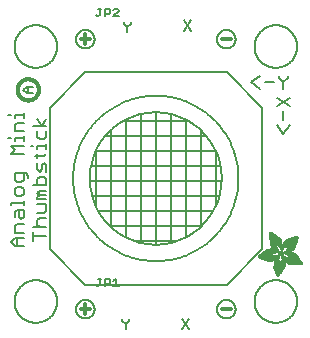
<source format=gbr>
G04 EAGLE Gerber RS-274X export*
G75*
%MOMM*%
%FSLAX34Y34*%
%LPD*%
%INSilkscreen Top*%
%IPPOS*%
%AMOC8*
5,1,8,0,0,1.08239X$1,22.5*%
G01*
%ADD10C,0.177800*%
%ADD11C,0.152400*%
%ADD12C,0.127000*%
%ADD13C,0.203200*%
%ADD14R,0.050800X0.006300*%
%ADD15R,0.082600X0.006400*%
%ADD16R,0.120600X0.006300*%
%ADD17R,0.139700X0.006400*%
%ADD18R,0.158800X0.006300*%
%ADD19R,0.177800X0.006400*%
%ADD20R,0.196800X0.006300*%
%ADD21R,0.215900X0.006400*%
%ADD22R,0.228600X0.006300*%
%ADD23R,0.241300X0.006400*%
%ADD24R,0.254000X0.006300*%
%ADD25R,0.266700X0.006400*%
%ADD26R,0.279400X0.006300*%
%ADD27R,0.285700X0.006400*%
%ADD28R,0.298400X0.006300*%
%ADD29R,0.311200X0.006400*%
%ADD30R,0.317500X0.006300*%
%ADD31R,0.330200X0.006400*%
%ADD32R,0.336600X0.006300*%
%ADD33R,0.349200X0.006400*%
%ADD34R,0.361900X0.006300*%
%ADD35R,0.368300X0.006400*%
%ADD36R,0.381000X0.006300*%
%ADD37R,0.387300X0.006400*%
%ADD38R,0.393700X0.006300*%
%ADD39R,0.406400X0.006400*%
%ADD40R,0.412700X0.006300*%
%ADD41R,0.419100X0.006400*%
%ADD42R,0.431800X0.006300*%
%ADD43R,0.438100X0.006400*%
%ADD44R,0.450800X0.006300*%
%ADD45R,0.457200X0.006400*%
%ADD46R,0.463500X0.006300*%
%ADD47R,0.476200X0.006400*%
%ADD48R,0.482600X0.006300*%
%ADD49R,0.488900X0.006400*%
%ADD50R,0.501600X0.006300*%
%ADD51R,0.508000X0.006400*%
%ADD52R,0.514300X0.006300*%
%ADD53R,0.527000X0.006400*%
%ADD54R,0.533400X0.006300*%
%ADD55R,0.546100X0.006400*%
%ADD56R,0.552400X0.006300*%
%ADD57R,0.558800X0.006400*%
%ADD58R,0.571500X0.006300*%
%ADD59R,0.577800X0.006400*%
%ADD60R,0.584200X0.006300*%
%ADD61R,0.596900X0.006400*%
%ADD62R,0.603200X0.006300*%
%ADD63R,0.609600X0.006400*%
%ADD64R,0.622300X0.006300*%
%ADD65R,0.628600X0.006400*%
%ADD66R,0.641300X0.006300*%
%ADD67R,0.647700X0.006400*%
%ADD68R,0.063500X0.006300*%
%ADD69R,0.654000X0.006300*%
%ADD70R,0.101600X0.006400*%
%ADD71R,0.666700X0.006400*%
%ADD72R,0.139700X0.006300*%
%ADD73R,0.673100X0.006300*%
%ADD74R,0.165100X0.006400*%
%ADD75R,0.679400X0.006400*%
%ADD76R,0.196900X0.006300*%
%ADD77R,0.692100X0.006300*%
%ADD78R,0.222200X0.006400*%
%ADD79R,0.698500X0.006400*%
%ADD80R,0.247700X0.006300*%
%ADD81R,0.704800X0.006300*%
%ADD82R,0.279400X0.006400*%
%ADD83R,0.717500X0.006400*%
%ADD84R,0.298500X0.006300*%
%ADD85R,0.723900X0.006300*%
%ADD86R,0.736600X0.006400*%
%ADD87R,0.342900X0.006300*%
%ADD88R,0.742900X0.006300*%
%ADD89R,0.374700X0.006400*%
%ADD90R,0.749300X0.006400*%
%ADD91R,0.762000X0.006300*%
%ADD92R,0.412700X0.006400*%
%ADD93R,0.768300X0.006400*%
%ADD94R,0.438100X0.006300*%
%ADD95R,0.774700X0.006300*%
%ADD96R,0.463600X0.006400*%
%ADD97R,0.787400X0.006400*%
%ADD98R,0.793700X0.006300*%
%ADD99R,0.495300X0.006400*%
%ADD100R,0.800100X0.006400*%
%ADD101R,0.520700X0.006300*%
%ADD102R,0.812800X0.006300*%
%ADD103R,0.533400X0.006400*%
%ADD104R,0.819100X0.006400*%
%ADD105R,0.558800X0.006300*%
%ADD106R,0.825500X0.006300*%
%ADD107R,0.577900X0.006400*%
%ADD108R,0.831800X0.006400*%
%ADD109R,0.596900X0.006300*%
%ADD110R,0.844500X0.006300*%
%ADD111R,0.616000X0.006400*%
%ADD112R,0.850900X0.006400*%
%ADD113R,0.635000X0.006300*%
%ADD114R,0.857200X0.006300*%
%ADD115R,0.654100X0.006400*%
%ADD116R,0.863600X0.006400*%
%ADD117R,0.666700X0.006300*%
%ADD118R,0.869900X0.006300*%
%ADD119R,0.685800X0.006400*%
%ADD120R,0.876300X0.006400*%
%ADD121R,0.882600X0.006300*%
%ADD122R,0.723900X0.006400*%
%ADD123R,0.889000X0.006400*%
%ADD124R,0.895300X0.006300*%
%ADD125R,0.755700X0.006400*%
%ADD126R,0.901700X0.006400*%
%ADD127R,0.908000X0.006300*%
%ADD128R,0.793800X0.006400*%
%ADD129R,0.914400X0.006400*%
%ADD130R,0.806400X0.006300*%
%ADD131R,0.920700X0.006300*%
%ADD132R,0.825500X0.006400*%
%ADD133R,0.927100X0.006400*%
%ADD134R,0.933400X0.006300*%
%ADD135R,0.857300X0.006400*%
%ADD136R,0.939800X0.006400*%
%ADD137R,0.870000X0.006300*%
%ADD138R,0.939800X0.006300*%
%ADD139R,0.946100X0.006400*%
%ADD140R,0.952500X0.006300*%
%ADD141R,0.908000X0.006400*%
%ADD142R,0.958800X0.006400*%
%ADD143R,0.965200X0.006300*%
%ADD144R,0.965200X0.006400*%
%ADD145R,0.971500X0.006300*%
%ADD146R,0.952500X0.006400*%
%ADD147R,0.977900X0.006400*%
%ADD148R,0.958800X0.006300*%
%ADD149R,0.984200X0.006300*%
%ADD150R,0.971500X0.006400*%
%ADD151R,0.984200X0.006400*%
%ADD152R,0.990600X0.006300*%
%ADD153R,0.984300X0.006400*%
%ADD154R,0.996900X0.006400*%
%ADD155R,0.997000X0.006300*%
%ADD156R,0.996900X0.006300*%
%ADD157R,1.003300X0.006400*%
%ADD158R,1.016000X0.006300*%
%ADD159R,1.009600X0.006300*%
%ADD160R,1.016000X0.006400*%
%ADD161R,1.009600X0.006400*%
%ADD162R,1.022300X0.006300*%
%ADD163R,1.028700X0.006400*%
%ADD164R,1.035100X0.006300*%
%ADD165R,1.047800X0.006400*%
%ADD166R,1.054100X0.006300*%
%ADD167R,1.028700X0.006300*%
%ADD168R,1.054100X0.006400*%
%ADD169R,1.035000X0.006400*%
%ADD170R,1.060400X0.006300*%
%ADD171R,1.035000X0.006300*%
%ADD172R,1.060500X0.006400*%
%ADD173R,1.041400X0.006400*%
%ADD174R,1.066800X0.006300*%
%ADD175R,1.041400X0.006300*%
%ADD176R,1.079500X0.006400*%
%ADD177R,1.047700X0.006400*%
%ADD178R,1.085900X0.006300*%
%ADD179R,1.047700X0.006300*%
%ADD180R,1.085800X0.006400*%
%ADD181R,1.092200X0.006300*%
%ADD182R,1.085900X0.006400*%
%ADD183R,1.098600X0.006300*%
%ADD184R,1.098600X0.006400*%
%ADD185R,1.060400X0.006400*%
%ADD186R,1.104900X0.006300*%
%ADD187R,1.104900X0.006400*%
%ADD188R,1.066800X0.006400*%
%ADD189R,1.111200X0.006300*%
%ADD190R,1.117600X0.006400*%
%ADD191R,1.117600X0.006300*%
%ADD192R,1.073100X0.006300*%
%ADD193R,1.073100X0.006400*%
%ADD194R,1.124000X0.006300*%
%ADD195R,1.079500X0.006300*%
%ADD196R,1.123900X0.006400*%
%ADD197R,1.130300X0.006300*%
%ADD198R,1.130300X0.006400*%
%ADD199R,1.136700X0.006400*%
%ADD200R,1.136700X0.006300*%
%ADD201R,1.085800X0.006300*%
%ADD202R,1.136600X0.006400*%
%ADD203R,1.136600X0.006300*%
%ADD204R,1.143000X0.006400*%
%ADD205R,1.143000X0.006300*%
%ADD206R,1.149400X0.006300*%
%ADD207R,1.149300X0.006300*%
%ADD208R,1.149300X0.006400*%
%ADD209R,1.149400X0.006400*%
%ADD210R,1.155700X0.006400*%
%ADD211R,1.155700X0.006300*%
%ADD212R,1.060500X0.006300*%
%ADD213R,2.197100X0.006400*%
%ADD214R,2.197100X0.006300*%
%ADD215R,2.184400X0.006300*%
%ADD216R,2.184400X0.006400*%
%ADD217R,2.171700X0.006400*%
%ADD218R,2.171700X0.006300*%
%ADD219R,1.530300X0.006400*%
%ADD220R,1.505000X0.006300*%
%ADD221R,1.492300X0.006400*%
%ADD222R,1.485900X0.006300*%
%ADD223R,0.565200X0.006300*%
%ADD224R,1.473200X0.006400*%
%ADD225R,0.565200X0.006400*%
%ADD226R,1.460500X0.006300*%
%ADD227R,1.454100X0.006400*%
%ADD228R,0.552400X0.006400*%
%ADD229R,1.441500X0.006300*%
%ADD230R,0.546100X0.006300*%
%ADD231R,1.435100X0.006400*%
%ADD232R,0.539800X0.006400*%
%ADD233R,1.428800X0.006300*%
%ADD234R,1.422400X0.006400*%
%ADD235R,1.409700X0.006300*%
%ADD236R,0.527100X0.006300*%
%ADD237R,1.403300X0.006400*%
%ADD238R,0.527100X0.006400*%
%ADD239R,1.390700X0.006300*%
%ADD240R,1.384300X0.006400*%
%ADD241R,0.520700X0.006400*%
%ADD242R,1.384300X0.006300*%
%ADD243R,0.514400X0.006300*%
%ADD244R,1.371600X0.006400*%
%ADD245R,1.365200X0.006300*%
%ADD246R,0.508000X0.006300*%
%ADD247R,1.352600X0.006400*%
%ADD248R,0.501700X0.006400*%
%ADD249R,0.711200X0.006300*%
%ADD250R,0.603300X0.006300*%
%ADD251R,0.501700X0.006300*%
%ADD252R,0.692100X0.006400*%
%ADD253R,0.571500X0.006400*%
%ADD254R,0.679400X0.006300*%
%ADD255R,0.495300X0.006300*%
%ADD256R,0.673100X0.006400*%
%ADD257R,0.666800X0.006300*%
%ADD258R,0.488900X0.006300*%
%ADD259R,0.660400X0.006400*%
%ADD260R,0.482600X0.006400*%
%ADD261R,0.476200X0.006300*%
%ADD262R,0.654000X0.006400*%
%ADD263R,0.469900X0.006400*%
%ADD264R,0.476300X0.006400*%
%ADD265R,0.647700X0.006300*%
%ADD266R,0.457200X0.006300*%
%ADD267R,0.469900X0.006300*%
%ADD268R,0.641300X0.006400*%
%ADD269R,0.444500X0.006400*%
%ADD270R,0.463600X0.006300*%
%ADD271R,0.635000X0.006400*%
%ADD272R,0.463500X0.006400*%
%ADD273R,0.393700X0.006400*%
%ADD274R,0.450800X0.006400*%
%ADD275R,0.628600X0.006300*%
%ADD276R,0.387400X0.006300*%
%ADD277R,0.450900X0.006300*%
%ADD278R,0.628700X0.006400*%
%ADD279R,0.374600X0.006400*%
%ADD280R,0.368300X0.006300*%
%ADD281R,0.438200X0.006300*%
%ADD282R,0.622300X0.006400*%
%ADD283R,0.355600X0.006400*%
%ADD284R,0.431800X0.006400*%
%ADD285R,0.349300X0.006300*%
%ADD286R,0.425400X0.006300*%
%ADD287R,0.615900X0.006300*%
%ADD288R,0.330200X0.006300*%
%ADD289R,0.419100X0.006300*%
%ADD290R,0.616000X0.006300*%
%ADD291R,0.311200X0.006300*%
%ADD292R,0.406400X0.006300*%
%ADD293R,0.615900X0.006400*%
%ADD294R,0.304800X0.006400*%
%ADD295R,0.158800X0.006400*%
%ADD296R,0.609600X0.006300*%
%ADD297R,0.292100X0.006300*%
%ADD298R,0.235000X0.006300*%
%ADD299R,0.387400X0.006400*%
%ADD300R,0.292100X0.006400*%
%ADD301R,0.336500X0.006300*%
%ADD302R,0.260400X0.006300*%
%ADD303R,0.603300X0.006400*%
%ADD304R,0.260400X0.006400*%
%ADD305R,0.362000X0.006400*%
%ADD306R,0.450900X0.006400*%
%ADD307R,0.355600X0.006300*%
%ADD308R,0.342900X0.006400*%
%ADD309R,0.514300X0.006400*%
%ADD310R,0.234900X0.006300*%
%ADD311R,0.539700X0.006300*%
%ADD312R,0.603200X0.006400*%
%ADD313R,0.234900X0.006400*%
%ADD314R,0.920700X0.006400*%
%ADD315R,0.958900X0.006400*%
%ADD316R,0.215900X0.006300*%
%ADD317R,0.209600X0.006400*%
%ADD318R,0.203200X0.006300*%
%ADD319R,1.003300X0.006300*%
%ADD320R,0.203200X0.006400*%
%ADD321R,0.196900X0.006400*%
%ADD322R,0.190500X0.006300*%
%ADD323R,0.190500X0.006400*%
%ADD324R,0.184200X0.006300*%
%ADD325R,0.590500X0.006400*%
%ADD326R,0.184200X0.006400*%
%ADD327R,0.590500X0.006300*%
%ADD328R,0.177800X0.006300*%
%ADD329R,0.584200X0.006400*%
%ADD330R,1.168400X0.006400*%
%ADD331R,0.171500X0.006300*%
%ADD332R,1.187500X0.006300*%
%ADD333R,1.200100X0.006400*%
%ADD334R,0.577800X0.006300*%
%ADD335R,1.212900X0.006300*%
%ADD336R,1.231900X0.006400*%
%ADD337R,1.250900X0.006300*%
%ADD338R,0.565100X0.006400*%
%ADD339R,0.184100X0.006400*%
%ADD340R,1.263700X0.006400*%
%ADD341R,0.565100X0.006300*%
%ADD342R,1.289100X0.006300*%
%ADD343R,1.314400X0.006400*%
%ADD344R,0.552500X0.006300*%
%ADD345R,1.568500X0.006300*%
%ADD346R,0.552500X0.006400*%
%ADD347R,1.581200X0.006400*%
%ADD348R,1.593800X0.006300*%
%ADD349R,1.606500X0.006400*%
%ADD350R,1.619300X0.006300*%
%ADD351R,0.514400X0.006400*%
%ADD352R,1.638300X0.006400*%
%ADD353R,1.657300X0.006300*%
%ADD354R,2.209800X0.006400*%
%ADD355R,2.425700X0.006300*%
%ADD356R,2.470100X0.006400*%
%ADD357R,2.501900X0.006300*%
%ADD358R,2.533700X0.006400*%
%ADD359R,2.559000X0.006300*%
%ADD360R,2.584500X0.006400*%
%ADD361R,2.609900X0.006300*%
%ADD362R,2.628900X0.006400*%
%ADD363R,2.660600X0.006300*%
%ADD364R,2.673400X0.006400*%
%ADD365R,1.422400X0.006300*%
%ADD366R,1.200200X0.006300*%
%ADD367R,1.365300X0.006300*%
%ADD368R,1.365300X0.006400*%
%ADD369R,1.352500X0.006300*%
%ADD370R,1.098500X0.006300*%
%ADD371R,1.358900X0.006400*%
%ADD372R,1.352600X0.006300*%
%ADD373R,1.358900X0.006300*%
%ADD374R,1.371600X0.006300*%
%ADD375R,1.377900X0.006400*%
%ADD376R,1.397000X0.006400*%
%ADD377R,1.403300X0.006300*%
%ADD378R,0.914400X0.006300*%
%ADD379R,0.876300X0.006300*%
%ADD380R,0.374600X0.006300*%
%ADD381R,1.073200X0.006400*%
%ADD382R,0.374700X0.006300*%
%ADD383R,0.844600X0.006400*%
%ADD384R,0.844600X0.006300*%
%ADD385R,0.831900X0.006400*%
%ADD386R,1.092200X0.006400*%
%ADD387R,0.400000X0.006300*%
%ADD388R,0.819200X0.006400*%
%ADD389R,1.111300X0.006400*%
%ADD390R,0.812800X0.006400*%
%ADD391R,0.800100X0.006300*%
%ADD392R,0.476300X0.006300*%
%ADD393R,1.181100X0.006300*%
%ADD394R,0.501600X0.006400*%
%ADD395R,1.193800X0.006400*%
%ADD396R,0.781000X0.006400*%
%ADD397R,1.238200X0.006400*%
%ADD398R,0.781100X0.006300*%
%ADD399R,1.257300X0.006300*%
%ADD400R,1.295400X0.006400*%
%ADD401R,1.333500X0.006300*%
%ADD402R,0.774700X0.006400*%
%ADD403R,1.866900X0.006400*%
%ADD404R,0.209600X0.006300*%
%ADD405R,1.866900X0.006300*%
%ADD406R,0.768400X0.006400*%
%ADD407R,0.209500X0.006400*%
%ADD408R,1.860600X0.006400*%
%ADD409R,0.762000X0.006400*%
%ADD410R,0.768400X0.006300*%
%ADD411R,1.860600X0.006300*%
%ADD412R,1.860500X0.006400*%
%ADD413R,0.222300X0.006300*%
%ADD414R,1.854200X0.006300*%
%ADD415R,0.235000X0.006400*%
%ADD416R,1.854200X0.006400*%
%ADD417R,0.768300X0.006300*%
%ADD418R,0.260300X0.006400*%
%ADD419R,1.847800X0.006400*%
%ADD420R,0.266700X0.006300*%
%ADD421R,1.847800X0.006300*%
%ADD422R,0.273100X0.006400*%
%ADD423R,1.841500X0.006400*%
%ADD424R,0.285800X0.006300*%
%ADD425R,1.841500X0.006300*%
%ADD426R,0.298500X0.006400*%
%ADD427R,1.835100X0.006400*%
%ADD428R,0.781000X0.006300*%
%ADD429R,0.304800X0.006300*%
%ADD430R,1.835100X0.006300*%
%ADD431R,0.317500X0.006400*%
%ADD432R,1.828800X0.006400*%
%ADD433R,0.787400X0.006300*%
%ADD434R,0.323800X0.006300*%
%ADD435R,1.828800X0.006300*%
%ADD436R,0.793700X0.006400*%
%ADD437R,1.822400X0.006400*%
%ADD438R,0.806500X0.006300*%
%ADD439R,1.822400X0.006300*%
%ADD440R,1.816100X0.006400*%
%ADD441R,0.819100X0.006300*%
%ADD442R,0.387300X0.006300*%
%ADD443R,1.816100X0.006300*%
%ADD444R,1.809800X0.006400*%
%ADD445R,1.803400X0.006300*%
%ADD446R,1.797000X0.006400*%
%ADD447R,0.901700X0.006300*%
%ADD448R,1.797000X0.006300*%
%ADD449R,1.441400X0.006400*%
%ADD450R,1.790700X0.006400*%
%ADD451R,1.447800X0.006300*%
%ADD452R,1.784300X0.006300*%
%ADD453R,1.447800X0.006400*%
%ADD454R,1.784300X0.006400*%
%ADD455R,1.454100X0.006300*%
%ADD456R,1.771700X0.006300*%
%ADD457R,1.460500X0.006400*%
%ADD458R,1.759000X0.006400*%
%ADD459R,1.466800X0.006300*%
%ADD460R,1.752600X0.006300*%
%ADD461R,1.466800X0.006400*%
%ADD462R,1.739900X0.006400*%
%ADD463R,1.473200X0.006300*%
%ADD464R,1.727200X0.006300*%
%ADD465R,1.479500X0.006400*%
%ADD466R,1.714500X0.006400*%
%ADD467R,1.695400X0.006300*%
%ADD468R,1.485900X0.006400*%
%ADD469R,1.682700X0.006400*%
%ADD470R,1.492200X0.006300*%
%ADD471R,1.663700X0.006300*%
%ADD472R,1.498600X0.006400*%
%ADD473R,1.644600X0.006400*%
%ADD474R,1.498600X0.006300*%
%ADD475R,1.619200X0.006300*%
%ADD476R,1.511300X0.006400*%
%ADD477R,1.600200X0.006400*%
%ADD478R,1.517700X0.006300*%
%ADD479R,1.574800X0.006300*%
%ADD480R,1.524000X0.006400*%
%ADD481R,1.555800X0.006400*%
%ADD482R,1.524000X0.006300*%
%ADD483R,1.536700X0.006300*%
%ADD484R,1.530400X0.006400*%
%ADD485R,1.517700X0.006400*%
%ADD486R,1.492300X0.006300*%
%ADD487R,1.549400X0.006400*%
%ADD488R,1.479600X0.006400*%
%ADD489R,1.549400X0.006300*%
%ADD490R,1.555700X0.006400*%
%ADD491R,1.562100X0.006300*%
%ADD492R,0.323900X0.006300*%
%ADD493R,1.568400X0.006400*%
%ADD494R,0.336600X0.006400*%
%ADD495R,1.587500X0.006300*%
%ADD496R,0.971600X0.006300*%
%ADD497R,0.349300X0.006400*%
%ADD498R,1.600200X0.006300*%
%ADD499R,0.920800X0.006300*%
%ADD500R,0.882700X0.006400*%
%ADD501R,1.612900X0.006300*%
%ADD502R,0.362000X0.006300*%
%ADD503R,1.625600X0.006400*%
%ADD504R,1.625600X0.006300*%
%ADD505R,1.644600X0.006300*%
%ADD506R,0.736600X0.006300*%
%ADD507R,0.717600X0.006400*%
%ADD508R,1.657400X0.006300*%
%ADD509R,0.679500X0.006300*%
%ADD510R,1.663700X0.006400*%
%ADD511R,0.400000X0.006400*%
%ADD512R,1.676400X0.006300*%
%ADD513R,1.676400X0.006400*%
%ADD514R,0.425500X0.006400*%
%ADD515R,1.352500X0.006400*%
%ADD516R,0.444500X0.006300*%
%ADD517R,0.361900X0.006400*%
%ADD518R,0.088900X0.006300*%
%ADD519R,1.009700X0.006300*%
%ADD520R,1.009700X0.006400*%
%ADD521R,1.022300X0.006400*%
%ADD522R,1.346200X0.006400*%
%ADD523R,1.346200X0.006300*%
%ADD524R,1.339900X0.006400*%
%ADD525R,1.035100X0.006400*%
%ADD526R,1.339800X0.006300*%
%ADD527R,1.333500X0.006400*%
%ADD528R,1.327200X0.006400*%
%ADD529R,1.320800X0.006300*%
%ADD530R,1.314500X0.006400*%
%ADD531R,1.314400X0.006300*%
%ADD532R,1.301700X0.006400*%
%ADD533R,1.295400X0.006300*%
%ADD534R,1.289000X0.006400*%
%ADD535R,1.276300X0.006300*%
%ADD536R,1.251000X0.006300*%
%ADD537R,1.244600X0.006400*%
%ADD538R,1.231900X0.006300*%
%ADD539R,1.212800X0.006400*%
%ADD540R,1.200100X0.006300*%
%ADD541R,1.187400X0.006400*%
%ADD542R,1.168400X0.006300*%
%ADD543R,1.047800X0.006300*%
%ADD544R,0.977900X0.006300*%
%ADD545R,0.946200X0.006400*%
%ADD546R,0.933400X0.006400*%
%ADD547R,0.895300X0.006400*%
%ADD548R,0.882700X0.006300*%
%ADD549R,0.863600X0.006300*%
%ADD550R,0.857200X0.006400*%
%ADD551R,0.850900X0.006300*%
%ADD552R,0.838200X0.006300*%
%ADD553R,0.806500X0.006400*%
%ADD554R,0.717600X0.006300*%
%ADD555R,0.711200X0.006400*%
%ADD556R,0.641400X0.006400*%
%ADD557R,0.641400X0.006300*%
%ADD558R,0.628700X0.006300*%
%ADD559R,0.590600X0.006300*%
%ADD560R,0.539700X0.006400*%
%ADD561R,0.285700X0.006300*%
%ADD562R,0.222200X0.006300*%
%ADD563R,0.171400X0.006300*%
%ADD564R,0.152400X0.006400*%
%ADD565R,0.133400X0.006300*%
%ADD566C,0.304800*%


D10*
X215187Y216290D02*
X207899Y210825D01*
X215187Y205359D01*
X219593Y210825D02*
X226881Y210825D01*
X231287Y214468D02*
X231287Y216290D01*
X231287Y214468D02*
X234931Y210825D01*
X238574Y214468D01*
X238574Y216290D01*
X234931Y210825D02*
X234931Y205359D01*
X229480Y174547D02*
X234945Y167259D01*
X240411Y174547D01*
X234945Y178953D02*
X234945Y186241D01*
X229480Y190647D02*
X240411Y197934D01*
X240411Y190647D02*
X229480Y197934D01*
D11*
X98552Y10675D02*
X98552Y9235D01*
X101433Y6354D01*
X104314Y9235D01*
X104314Y10675D01*
X101433Y6354D02*
X101433Y2032D01*
X149352Y10675D02*
X155114Y2032D01*
X149352Y2032D02*
X155114Y10675D01*
X156384Y254762D02*
X150622Y263405D01*
X156384Y263405D02*
X150622Y254762D01*
X99822Y260695D02*
X99822Y262135D01*
X99822Y260695D02*
X102703Y257814D01*
X105584Y260695D01*
X105584Y262135D01*
X102703Y257814D02*
X102703Y253492D01*
D10*
X14986Y71959D02*
X7698Y71959D01*
X4055Y75603D01*
X7698Y79247D01*
X14986Y79247D01*
X9520Y79247D02*
X9520Y71959D01*
X7698Y83653D02*
X14986Y83653D01*
X7698Y83653D02*
X7698Y89119D01*
X9520Y90941D01*
X14986Y90941D01*
X7698Y97169D02*
X7698Y100813D01*
X9520Y102635D01*
X14986Y102635D01*
X14986Y97169D01*
X13164Y95347D01*
X11342Y97169D01*
X11342Y102635D01*
X4055Y107041D02*
X4055Y108863D01*
X14986Y108863D01*
X14986Y107041D02*
X14986Y110685D01*
X14986Y116659D02*
X14986Y120303D01*
X13164Y122124D01*
X9520Y122124D01*
X7698Y120303D01*
X7698Y116659D01*
X9520Y114837D01*
X13164Y114837D01*
X14986Y116659D01*
X18630Y130175D02*
X18630Y131997D01*
X16808Y133818D01*
X7698Y133818D01*
X7698Y128353D01*
X9520Y126531D01*
X13164Y126531D01*
X14986Y128353D01*
X14986Y133818D01*
X14986Y149919D02*
X4055Y149919D01*
X7698Y153563D01*
X4055Y157206D01*
X14986Y157206D01*
X7698Y161613D02*
X7698Y163435D01*
X14986Y163435D01*
X14986Y161613D02*
X14986Y165257D01*
X4055Y163435D02*
X2233Y163435D01*
X7698Y169409D02*
X14986Y169409D01*
X7698Y169409D02*
X7698Y174874D01*
X9520Y176696D01*
X14986Y176696D01*
X7698Y181103D02*
X7698Y182925D01*
X14986Y182925D01*
X14986Y184746D02*
X14986Y181103D01*
X4055Y182925D02*
X2233Y182925D01*
X23105Y80475D02*
X34036Y80475D01*
X23105Y76832D02*
X23105Y84119D01*
X23105Y88526D02*
X34036Y88526D01*
X28570Y88526D02*
X26748Y90347D01*
X26748Y93991D01*
X28570Y95813D01*
X34036Y95813D01*
X32214Y100219D02*
X26748Y100219D01*
X32214Y100219D02*
X34036Y102041D01*
X34036Y107507D01*
X26748Y107507D01*
X26748Y111913D02*
X34036Y111913D01*
X26748Y111913D02*
X26748Y113735D01*
X28570Y115557D01*
X34036Y115557D01*
X28570Y115557D02*
X26748Y117379D01*
X28570Y119201D01*
X34036Y119201D01*
X34036Y123607D02*
X23105Y123607D01*
X34036Y123607D02*
X34036Y129073D01*
X32214Y130895D01*
X28570Y130895D01*
X26748Y129073D01*
X26748Y123607D01*
X34036Y135301D02*
X34036Y140767D01*
X32214Y142589D01*
X30392Y140767D01*
X30392Y137123D01*
X28570Y135301D01*
X26748Y137123D01*
X26748Y142589D01*
X24927Y148817D02*
X32214Y148817D01*
X34036Y150639D01*
X26748Y150639D02*
X26748Y146995D01*
X26748Y154791D02*
X26748Y156613D01*
X34036Y156613D01*
X34036Y154791D02*
X34036Y158435D01*
X23105Y156613D02*
X21283Y156613D01*
X26748Y164409D02*
X26748Y169875D01*
X26748Y164409D02*
X28570Y162587D01*
X32214Y162587D01*
X34036Y164409D01*
X34036Y169875D01*
X34036Y174281D02*
X23105Y174281D01*
X30392Y174281D02*
X34036Y179747D01*
X30392Y174281D02*
X26748Y179747D01*
D12*
X67000Y219540D02*
X187000Y219540D01*
X217000Y189540D01*
X217000Y69540D01*
X187000Y39540D01*
X67000Y39540D01*
X37000Y69540D01*
X37000Y189540D01*
X67000Y219540D01*
X57000Y129540D02*
X57021Y131258D01*
X57084Y132975D01*
X57190Y134690D01*
X57337Y136401D01*
X57526Y138109D01*
X57758Y139811D01*
X58031Y141507D01*
X58345Y143196D01*
X58701Y144877D01*
X59098Y146549D01*
X59536Y148210D01*
X60014Y149860D01*
X60533Y151498D01*
X61092Y153122D01*
X61691Y154733D01*
X62328Y156328D01*
X63005Y157907D01*
X63721Y159469D01*
X64474Y161013D01*
X65266Y162538D01*
X66094Y164043D01*
X66959Y165527D01*
X67860Y166990D01*
X68797Y168430D01*
X69769Y169847D01*
X70775Y171239D01*
X71816Y172606D01*
X72889Y173948D01*
X73995Y175262D01*
X75133Y176549D01*
X76303Y177808D01*
X77503Y179037D01*
X78732Y180237D01*
X79991Y181407D01*
X81278Y182545D01*
X82592Y183651D01*
X83934Y184724D01*
X85301Y185765D01*
X86693Y186771D01*
X88110Y187743D01*
X89550Y188680D01*
X91013Y189581D01*
X92497Y190446D01*
X94002Y191274D01*
X95527Y192066D01*
X97071Y192819D01*
X98633Y193535D01*
X100212Y194212D01*
X101807Y194849D01*
X103418Y195448D01*
X105042Y196007D01*
X106680Y196526D01*
X108330Y197004D01*
X109991Y197442D01*
X111663Y197839D01*
X113344Y198195D01*
X115033Y198509D01*
X116729Y198782D01*
X118431Y199014D01*
X120139Y199203D01*
X121850Y199350D01*
X123565Y199456D01*
X125282Y199519D01*
X127000Y199540D01*
X128718Y199519D01*
X130435Y199456D01*
X132150Y199350D01*
X133861Y199203D01*
X135569Y199014D01*
X137271Y198782D01*
X138967Y198509D01*
X140656Y198195D01*
X142337Y197839D01*
X144009Y197442D01*
X145670Y197004D01*
X147320Y196526D01*
X148958Y196007D01*
X150582Y195448D01*
X152193Y194849D01*
X153788Y194212D01*
X155367Y193535D01*
X156929Y192819D01*
X158473Y192066D01*
X159998Y191274D01*
X161503Y190446D01*
X162987Y189581D01*
X164450Y188680D01*
X165890Y187743D01*
X167307Y186771D01*
X168699Y185765D01*
X170066Y184724D01*
X171408Y183651D01*
X172722Y182545D01*
X174009Y181407D01*
X175268Y180237D01*
X176497Y179037D01*
X177697Y177808D01*
X178867Y176549D01*
X180005Y175262D01*
X181111Y173948D01*
X182184Y172606D01*
X183225Y171239D01*
X184231Y169847D01*
X185203Y168430D01*
X186140Y166990D01*
X187041Y165527D01*
X187906Y164043D01*
X188734Y162538D01*
X189526Y161013D01*
X190279Y159469D01*
X190995Y157907D01*
X191672Y156328D01*
X192309Y154733D01*
X192908Y153122D01*
X193467Y151498D01*
X193986Y149860D01*
X194464Y148210D01*
X194902Y146549D01*
X195299Y144877D01*
X195655Y143196D01*
X195969Y141507D01*
X196242Y139811D01*
X196474Y138109D01*
X196663Y136401D01*
X196810Y134690D01*
X196916Y132975D01*
X196979Y131258D01*
X197000Y129540D01*
X196979Y127822D01*
X196916Y126105D01*
X196810Y124390D01*
X196663Y122679D01*
X196474Y120971D01*
X196242Y119269D01*
X195969Y117573D01*
X195655Y115884D01*
X195299Y114203D01*
X194902Y112531D01*
X194464Y110870D01*
X193986Y109220D01*
X193467Y107582D01*
X192908Y105958D01*
X192309Y104347D01*
X191672Y102752D01*
X190995Y101173D01*
X190279Y99611D01*
X189526Y98067D01*
X188734Y96542D01*
X187906Y95037D01*
X187041Y93553D01*
X186140Y92090D01*
X185203Y90650D01*
X184231Y89233D01*
X183225Y87841D01*
X182184Y86474D01*
X181111Y85132D01*
X180005Y83818D01*
X178867Y82531D01*
X177697Y81272D01*
X176497Y80043D01*
X175268Y78843D01*
X174009Y77673D01*
X172722Y76535D01*
X171408Y75429D01*
X170066Y74356D01*
X168699Y73315D01*
X167307Y72309D01*
X165890Y71337D01*
X164450Y70400D01*
X162987Y69499D01*
X161503Y68634D01*
X159998Y67806D01*
X158473Y67014D01*
X156929Y66261D01*
X155367Y65545D01*
X153788Y64868D01*
X152193Y64231D01*
X150582Y63632D01*
X148958Y63073D01*
X147320Y62554D01*
X145670Y62076D01*
X144009Y61638D01*
X142337Y61241D01*
X140656Y60885D01*
X138967Y60571D01*
X137271Y60298D01*
X135569Y60066D01*
X133861Y59877D01*
X132150Y59730D01*
X130435Y59624D01*
X128718Y59561D01*
X127000Y59540D01*
X125282Y59561D01*
X123565Y59624D01*
X121850Y59730D01*
X120139Y59877D01*
X118431Y60066D01*
X116729Y60298D01*
X115033Y60571D01*
X113344Y60885D01*
X111663Y61241D01*
X109991Y61638D01*
X108330Y62076D01*
X106680Y62554D01*
X105042Y63073D01*
X103418Y63632D01*
X101807Y64231D01*
X100212Y64868D01*
X98633Y65545D01*
X97071Y66261D01*
X95527Y67014D01*
X94002Y67806D01*
X92497Y68634D01*
X91013Y69499D01*
X89550Y70400D01*
X88110Y71337D01*
X86693Y72309D01*
X85301Y73315D01*
X83934Y74356D01*
X82592Y75429D01*
X81278Y76535D01*
X79991Y77673D01*
X78732Y78843D01*
X77503Y80043D01*
X76303Y81272D01*
X75133Y82531D01*
X73995Y83818D01*
X72889Y85132D01*
X71816Y86474D01*
X70775Y87841D01*
X69769Y89233D01*
X68797Y90650D01*
X67860Y92090D01*
X66959Y93553D01*
X66094Y95037D01*
X65266Y96542D01*
X64474Y98067D01*
X63721Y99611D01*
X63005Y101173D01*
X62328Y102752D01*
X61691Y104347D01*
X61092Y105958D01*
X60533Y107582D01*
X60014Y109220D01*
X59536Y110870D01*
X59098Y112531D01*
X58701Y114203D01*
X58345Y115884D01*
X58031Y117573D01*
X57758Y119269D01*
X57526Y120971D01*
X57337Y122679D01*
X57190Y124390D01*
X57084Y126105D01*
X57021Y127822D01*
X57000Y129540D01*
X127000Y185540D02*
X133750Y185132D01*
X140402Y183913D01*
X146858Y181901D01*
X153025Y179126D01*
X158812Y175627D01*
X164135Y171457D01*
X168917Y166675D01*
X173087Y161352D01*
X176586Y155565D01*
X179361Y149398D01*
X181373Y142942D01*
X182592Y136290D01*
X183000Y129540D01*
X182592Y122790D01*
X181373Y116138D01*
X179361Y109682D01*
X176586Y103516D01*
X173087Y97728D01*
X168917Y92405D01*
X164135Y87623D01*
X158812Y83453D01*
X153025Y79954D01*
X146858Y77179D01*
X140402Y75167D01*
X133750Y73948D01*
X127000Y73540D01*
X120250Y73948D01*
X113598Y75167D01*
X107142Y77179D01*
X100976Y79954D01*
X95188Y83453D01*
X89865Y87623D01*
X85083Y92405D01*
X80913Y97728D01*
X77414Y103516D01*
X74639Y109682D01*
X72627Y116138D01*
X71408Y122790D01*
X71000Y129540D01*
X71408Y136290D01*
X72627Y142942D01*
X74639Y149398D01*
X77414Y155565D01*
X80913Y161352D01*
X85083Y166675D01*
X89865Y171457D01*
X95188Y175627D01*
X100976Y179126D01*
X107142Y181901D01*
X113598Y183913D01*
X120250Y185132D01*
X127000Y185540D01*
X110284Y76200D02*
X143716Y76200D01*
X165411Y88900D02*
X88589Y88900D01*
X78572Y101600D02*
X175428Y101600D01*
X180800Y114300D02*
X73200Y114300D01*
X71154Y127000D02*
X182846Y127000D01*
X181967Y139700D02*
X72033Y139700D01*
X75990Y152400D02*
X178010Y152400D01*
X170150Y165100D02*
X83850Y165100D01*
X98783Y177800D02*
X155217Y177800D01*
X76200Y152866D02*
X76200Y106214D01*
X88900Y88589D02*
X88900Y170491D01*
X101600Y179407D02*
X101600Y79673D01*
X114300Y75039D02*
X114300Y184041D01*
X127000Y185540D02*
X127000Y73540D01*
X139700Y75039D02*
X139700Y184041D01*
X152400Y179407D02*
X152400Y79673D01*
X165100Y88589D02*
X165100Y170491D01*
X177800Y152866D02*
X177800Y106214D01*
D13*
X210600Y25400D02*
X210605Y25842D01*
X210622Y26283D01*
X210649Y26724D01*
X210687Y27164D01*
X210735Y27603D01*
X210795Y28041D01*
X210865Y28477D01*
X210946Y28912D01*
X211037Y29344D01*
X211139Y29774D01*
X211252Y30201D01*
X211375Y30625D01*
X211508Y31046D01*
X211652Y31464D01*
X211806Y31878D01*
X211970Y32288D01*
X212144Y32694D01*
X212328Y33096D01*
X212522Y33493D01*
X212725Y33885D01*
X212938Y34272D01*
X213161Y34654D01*
X213393Y35030D01*
X213634Y35400D01*
X213883Y35765D01*
X214142Y36123D01*
X214410Y36474D01*
X214686Y36819D01*
X214970Y37157D01*
X215263Y37488D01*
X215564Y37812D01*
X215872Y38128D01*
X216188Y38436D01*
X216512Y38737D01*
X216843Y39030D01*
X217181Y39314D01*
X217526Y39590D01*
X217877Y39858D01*
X218235Y40117D01*
X218600Y40366D01*
X218970Y40607D01*
X219346Y40839D01*
X219728Y41062D01*
X220115Y41275D01*
X220507Y41478D01*
X220904Y41672D01*
X221306Y41856D01*
X221712Y42030D01*
X222122Y42194D01*
X222536Y42348D01*
X222954Y42492D01*
X223375Y42625D01*
X223799Y42748D01*
X224226Y42861D01*
X224656Y42963D01*
X225088Y43054D01*
X225523Y43135D01*
X225959Y43205D01*
X226397Y43265D01*
X226836Y43313D01*
X227276Y43351D01*
X227717Y43378D01*
X228158Y43395D01*
X228600Y43400D01*
X229042Y43395D01*
X229483Y43378D01*
X229924Y43351D01*
X230364Y43313D01*
X230803Y43265D01*
X231241Y43205D01*
X231677Y43135D01*
X232112Y43054D01*
X232544Y42963D01*
X232974Y42861D01*
X233401Y42748D01*
X233825Y42625D01*
X234246Y42492D01*
X234664Y42348D01*
X235078Y42194D01*
X235488Y42030D01*
X235894Y41856D01*
X236296Y41672D01*
X236693Y41478D01*
X237085Y41275D01*
X237472Y41062D01*
X237854Y40839D01*
X238230Y40607D01*
X238600Y40366D01*
X238965Y40117D01*
X239323Y39858D01*
X239674Y39590D01*
X240019Y39314D01*
X240357Y39030D01*
X240688Y38737D01*
X241012Y38436D01*
X241328Y38128D01*
X241636Y37812D01*
X241937Y37488D01*
X242230Y37157D01*
X242514Y36819D01*
X242790Y36474D01*
X243058Y36123D01*
X243317Y35765D01*
X243566Y35400D01*
X243807Y35030D01*
X244039Y34654D01*
X244262Y34272D01*
X244475Y33885D01*
X244678Y33493D01*
X244872Y33096D01*
X245056Y32694D01*
X245230Y32288D01*
X245394Y31878D01*
X245548Y31464D01*
X245692Y31046D01*
X245825Y30625D01*
X245948Y30201D01*
X246061Y29774D01*
X246163Y29344D01*
X246254Y28912D01*
X246335Y28477D01*
X246405Y28041D01*
X246465Y27603D01*
X246513Y27164D01*
X246551Y26724D01*
X246578Y26283D01*
X246595Y25842D01*
X246600Y25400D01*
X246595Y24958D01*
X246578Y24517D01*
X246551Y24076D01*
X246513Y23636D01*
X246465Y23197D01*
X246405Y22759D01*
X246335Y22323D01*
X246254Y21888D01*
X246163Y21456D01*
X246061Y21026D01*
X245948Y20599D01*
X245825Y20175D01*
X245692Y19754D01*
X245548Y19336D01*
X245394Y18922D01*
X245230Y18512D01*
X245056Y18106D01*
X244872Y17704D01*
X244678Y17307D01*
X244475Y16915D01*
X244262Y16528D01*
X244039Y16146D01*
X243807Y15770D01*
X243566Y15400D01*
X243317Y15035D01*
X243058Y14677D01*
X242790Y14326D01*
X242514Y13981D01*
X242230Y13643D01*
X241937Y13312D01*
X241636Y12988D01*
X241328Y12672D01*
X241012Y12364D01*
X240688Y12063D01*
X240357Y11770D01*
X240019Y11486D01*
X239674Y11210D01*
X239323Y10942D01*
X238965Y10683D01*
X238600Y10434D01*
X238230Y10193D01*
X237854Y9961D01*
X237472Y9738D01*
X237085Y9525D01*
X236693Y9322D01*
X236296Y9128D01*
X235894Y8944D01*
X235488Y8770D01*
X235078Y8606D01*
X234664Y8452D01*
X234246Y8308D01*
X233825Y8175D01*
X233401Y8052D01*
X232974Y7939D01*
X232544Y7837D01*
X232112Y7746D01*
X231677Y7665D01*
X231241Y7595D01*
X230803Y7535D01*
X230364Y7487D01*
X229924Y7449D01*
X229483Y7422D01*
X229042Y7405D01*
X228600Y7400D01*
X228158Y7405D01*
X227717Y7422D01*
X227276Y7449D01*
X226836Y7487D01*
X226397Y7535D01*
X225959Y7595D01*
X225523Y7665D01*
X225088Y7746D01*
X224656Y7837D01*
X224226Y7939D01*
X223799Y8052D01*
X223375Y8175D01*
X222954Y8308D01*
X222536Y8452D01*
X222122Y8606D01*
X221712Y8770D01*
X221306Y8944D01*
X220904Y9128D01*
X220507Y9322D01*
X220115Y9525D01*
X219728Y9738D01*
X219346Y9961D01*
X218970Y10193D01*
X218600Y10434D01*
X218235Y10683D01*
X217877Y10942D01*
X217526Y11210D01*
X217181Y11486D01*
X216843Y11770D01*
X216512Y12063D01*
X216188Y12364D01*
X215872Y12672D01*
X215564Y12988D01*
X215263Y13312D01*
X214970Y13643D01*
X214686Y13981D01*
X214410Y14326D01*
X214142Y14677D01*
X213883Y15035D01*
X213634Y15400D01*
X213393Y15770D01*
X213161Y16146D01*
X212938Y16528D01*
X212725Y16915D01*
X212522Y17307D01*
X212328Y17704D01*
X212144Y18106D01*
X211970Y18512D01*
X211806Y18922D01*
X211652Y19336D01*
X211508Y19754D01*
X211375Y20175D01*
X211252Y20599D01*
X211139Y21026D01*
X211037Y21456D01*
X210946Y21888D01*
X210865Y22323D01*
X210795Y22759D01*
X210735Y23197D01*
X210687Y23636D01*
X210649Y24076D01*
X210622Y24517D01*
X210605Y24958D01*
X210600Y25400D01*
X7400Y25400D02*
X7405Y25842D01*
X7422Y26283D01*
X7449Y26724D01*
X7487Y27164D01*
X7535Y27603D01*
X7595Y28041D01*
X7665Y28477D01*
X7746Y28912D01*
X7837Y29344D01*
X7939Y29774D01*
X8052Y30201D01*
X8175Y30625D01*
X8308Y31046D01*
X8452Y31464D01*
X8606Y31878D01*
X8770Y32288D01*
X8944Y32694D01*
X9128Y33096D01*
X9322Y33493D01*
X9525Y33885D01*
X9738Y34272D01*
X9961Y34654D01*
X10193Y35030D01*
X10434Y35400D01*
X10683Y35765D01*
X10942Y36123D01*
X11210Y36474D01*
X11486Y36819D01*
X11770Y37157D01*
X12063Y37488D01*
X12364Y37812D01*
X12672Y38128D01*
X12988Y38436D01*
X13312Y38737D01*
X13643Y39030D01*
X13981Y39314D01*
X14326Y39590D01*
X14677Y39858D01*
X15035Y40117D01*
X15400Y40366D01*
X15770Y40607D01*
X16146Y40839D01*
X16528Y41062D01*
X16915Y41275D01*
X17307Y41478D01*
X17704Y41672D01*
X18106Y41856D01*
X18512Y42030D01*
X18922Y42194D01*
X19336Y42348D01*
X19754Y42492D01*
X20175Y42625D01*
X20599Y42748D01*
X21026Y42861D01*
X21456Y42963D01*
X21888Y43054D01*
X22323Y43135D01*
X22759Y43205D01*
X23197Y43265D01*
X23636Y43313D01*
X24076Y43351D01*
X24517Y43378D01*
X24958Y43395D01*
X25400Y43400D01*
X25842Y43395D01*
X26283Y43378D01*
X26724Y43351D01*
X27164Y43313D01*
X27603Y43265D01*
X28041Y43205D01*
X28477Y43135D01*
X28912Y43054D01*
X29344Y42963D01*
X29774Y42861D01*
X30201Y42748D01*
X30625Y42625D01*
X31046Y42492D01*
X31464Y42348D01*
X31878Y42194D01*
X32288Y42030D01*
X32694Y41856D01*
X33096Y41672D01*
X33493Y41478D01*
X33885Y41275D01*
X34272Y41062D01*
X34654Y40839D01*
X35030Y40607D01*
X35400Y40366D01*
X35765Y40117D01*
X36123Y39858D01*
X36474Y39590D01*
X36819Y39314D01*
X37157Y39030D01*
X37488Y38737D01*
X37812Y38436D01*
X38128Y38128D01*
X38436Y37812D01*
X38737Y37488D01*
X39030Y37157D01*
X39314Y36819D01*
X39590Y36474D01*
X39858Y36123D01*
X40117Y35765D01*
X40366Y35400D01*
X40607Y35030D01*
X40839Y34654D01*
X41062Y34272D01*
X41275Y33885D01*
X41478Y33493D01*
X41672Y33096D01*
X41856Y32694D01*
X42030Y32288D01*
X42194Y31878D01*
X42348Y31464D01*
X42492Y31046D01*
X42625Y30625D01*
X42748Y30201D01*
X42861Y29774D01*
X42963Y29344D01*
X43054Y28912D01*
X43135Y28477D01*
X43205Y28041D01*
X43265Y27603D01*
X43313Y27164D01*
X43351Y26724D01*
X43378Y26283D01*
X43395Y25842D01*
X43400Y25400D01*
X43395Y24958D01*
X43378Y24517D01*
X43351Y24076D01*
X43313Y23636D01*
X43265Y23197D01*
X43205Y22759D01*
X43135Y22323D01*
X43054Y21888D01*
X42963Y21456D01*
X42861Y21026D01*
X42748Y20599D01*
X42625Y20175D01*
X42492Y19754D01*
X42348Y19336D01*
X42194Y18922D01*
X42030Y18512D01*
X41856Y18106D01*
X41672Y17704D01*
X41478Y17307D01*
X41275Y16915D01*
X41062Y16528D01*
X40839Y16146D01*
X40607Y15770D01*
X40366Y15400D01*
X40117Y15035D01*
X39858Y14677D01*
X39590Y14326D01*
X39314Y13981D01*
X39030Y13643D01*
X38737Y13312D01*
X38436Y12988D01*
X38128Y12672D01*
X37812Y12364D01*
X37488Y12063D01*
X37157Y11770D01*
X36819Y11486D01*
X36474Y11210D01*
X36123Y10942D01*
X35765Y10683D01*
X35400Y10434D01*
X35030Y10193D01*
X34654Y9961D01*
X34272Y9738D01*
X33885Y9525D01*
X33493Y9322D01*
X33096Y9128D01*
X32694Y8944D01*
X32288Y8770D01*
X31878Y8606D01*
X31464Y8452D01*
X31046Y8308D01*
X30625Y8175D01*
X30201Y8052D01*
X29774Y7939D01*
X29344Y7837D01*
X28912Y7746D01*
X28477Y7665D01*
X28041Y7595D01*
X27603Y7535D01*
X27164Y7487D01*
X26724Y7449D01*
X26283Y7422D01*
X25842Y7405D01*
X25400Y7400D01*
X24958Y7405D01*
X24517Y7422D01*
X24076Y7449D01*
X23636Y7487D01*
X23197Y7535D01*
X22759Y7595D01*
X22323Y7665D01*
X21888Y7746D01*
X21456Y7837D01*
X21026Y7939D01*
X20599Y8052D01*
X20175Y8175D01*
X19754Y8308D01*
X19336Y8452D01*
X18922Y8606D01*
X18512Y8770D01*
X18106Y8944D01*
X17704Y9128D01*
X17307Y9322D01*
X16915Y9525D01*
X16528Y9738D01*
X16146Y9961D01*
X15770Y10193D01*
X15400Y10434D01*
X15035Y10683D01*
X14677Y10942D01*
X14326Y11210D01*
X13981Y11486D01*
X13643Y11770D01*
X13312Y12063D01*
X12988Y12364D01*
X12672Y12672D01*
X12364Y12988D01*
X12063Y13312D01*
X11770Y13643D01*
X11486Y13981D01*
X11210Y14326D01*
X10942Y14677D01*
X10683Y15035D01*
X10434Y15400D01*
X10193Y15770D01*
X9961Y16146D01*
X9738Y16528D01*
X9525Y16915D01*
X9322Y17307D01*
X9128Y17704D01*
X8944Y18106D01*
X8770Y18512D01*
X8606Y18922D01*
X8452Y19336D01*
X8308Y19754D01*
X8175Y20175D01*
X8052Y20599D01*
X7939Y21026D01*
X7837Y21456D01*
X7746Y21888D01*
X7665Y22323D01*
X7595Y22759D01*
X7535Y23197D01*
X7487Y23636D01*
X7449Y24076D01*
X7422Y24517D01*
X7405Y24958D01*
X7400Y25400D01*
X210600Y241300D02*
X210605Y241742D01*
X210622Y242183D01*
X210649Y242624D01*
X210687Y243064D01*
X210735Y243503D01*
X210795Y243941D01*
X210865Y244377D01*
X210946Y244812D01*
X211037Y245244D01*
X211139Y245674D01*
X211252Y246101D01*
X211375Y246525D01*
X211508Y246946D01*
X211652Y247364D01*
X211806Y247778D01*
X211970Y248188D01*
X212144Y248594D01*
X212328Y248996D01*
X212522Y249393D01*
X212725Y249785D01*
X212938Y250172D01*
X213161Y250554D01*
X213393Y250930D01*
X213634Y251300D01*
X213883Y251665D01*
X214142Y252023D01*
X214410Y252374D01*
X214686Y252719D01*
X214970Y253057D01*
X215263Y253388D01*
X215564Y253712D01*
X215872Y254028D01*
X216188Y254336D01*
X216512Y254637D01*
X216843Y254930D01*
X217181Y255214D01*
X217526Y255490D01*
X217877Y255758D01*
X218235Y256017D01*
X218600Y256266D01*
X218970Y256507D01*
X219346Y256739D01*
X219728Y256962D01*
X220115Y257175D01*
X220507Y257378D01*
X220904Y257572D01*
X221306Y257756D01*
X221712Y257930D01*
X222122Y258094D01*
X222536Y258248D01*
X222954Y258392D01*
X223375Y258525D01*
X223799Y258648D01*
X224226Y258761D01*
X224656Y258863D01*
X225088Y258954D01*
X225523Y259035D01*
X225959Y259105D01*
X226397Y259165D01*
X226836Y259213D01*
X227276Y259251D01*
X227717Y259278D01*
X228158Y259295D01*
X228600Y259300D01*
X229042Y259295D01*
X229483Y259278D01*
X229924Y259251D01*
X230364Y259213D01*
X230803Y259165D01*
X231241Y259105D01*
X231677Y259035D01*
X232112Y258954D01*
X232544Y258863D01*
X232974Y258761D01*
X233401Y258648D01*
X233825Y258525D01*
X234246Y258392D01*
X234664Y258248D01*
X235078Y258094D01*
X235488Y257930D01*
X235894Y257756D01*
X236296Y257572D01*
X236693Y257378D01*
X237085Y257175D01*
X237472Y256962D01*
X237854Y256739D01*
X238230Y256507D01*
X238600Y256266D01*
X238965Y256017D01*
X239323Y255758D01*
X239674Y255490D01*
X240019Y255214D01*
X240357Y254930D01*
X240688Y254637D01*
X241012Y254336D01*
X241328Y254028D01*
X241636Y253712D01*
X241937Y253388D01*
X242230Y253057D01*
X242514Y252719D01*
X242790Y252374D01*
X243058Y252023D01*
X243317Y251665D01*
X243566Y251300D01*
X243807Y250930D01*
X244039Y250554D01*
X244262Y250172D01*
X244475Y249785D01*
X244678Y249393D01*
X244872Y248996D01*
X245056Y248594D01*
X245230Y248188D01*
X245394Y247778D01*
X245548Y247364D01*
X245692Y246946D01*
X245825Y246525D01*
X245948Y246101D01*
X246061Y245674D01*
X246163Y245244D01*
X246254Y244812D01*
X246335Y244377D01*
X246405Y243941D01*
X246465Y243503D01*
X246513Y243064D01*
X246551Y242624D01*
X246578Y242183D01*
X246595Y241742D01*
X246600Y241300D01*
X246595Y240858D01*
X246578Y240417D01*
X246551Y239976D01*
X246513Y239536D01*
X246465Y239097D01*
X246405Y238659D01*
X246335Y238223D01*
X246254Y237788D01*
X246163Y237356D01*
X246061Y236926D01*
X245948Y236499D01*
X245825Y236075D01*
X245692Y235654D01*
X245548Y235236D01*
X245394Y234822D01*
X245230Y234412D01*
X245056Y234006D01*
X244872Y233604D01*
X244678Y233207D01*
X244475Y232815D01*
X244262Y232428D01*
X244039Y232046D01*
X243807Y231670D01*
X243566Y231300D01*
X243317Y230935D01*
X243058Y230577D01*
X242790Y230226D01*
X242514Y229881D01*
X242230Y229543D01*
X241937Y229212D01*
X241636Y228888D01*
X241328Y228572D01*
X241012Y228264D01*
X240688Y227963D01*
X240357Y227670D01*
X240019Y227386D01*
X239674Y227110D01*
X239323Y226842D01*
X238965Y226583D01*
X238600Y226334D01*
X238230Y226093D01*
X237854Y225861D01*
X237472Y225638D01*
X237085Y225425D01*
X236693Y225222D01*
X236296Y225028D01*
X235894Y224844D01*
X235488Y224670D01*
X235078Y224506D01*
X234664Y224352D01*
X234246Y224208D01*
X233825Y224075D01*
X233401Y223952D01*
X232974Y223839D01*
X232544Y223737D01*
X232112Y223646D01*
X231677Y223565D01*
X231241Y223495D01*
X230803Y223435D01*
X230364Y223387D01*
X229924Y223349D01*
X229483Y223322D01*
X229042Y223305D01*
X228600Y223300D01*
X228158Y223305D01*
X227717Y223322D01*
X227276Y223349D01*
X226836Y223387D01*
X226397Y223435D01*
X225959Y223495D01*
X225523Y223565D01*
X225088Y223646D01*
X224656Y223737D01*
X224226Y223839D01*
X223799Y223952D01*
X223375Y224075D01*
X222954Y224208D01*
X222536Y224352D01*
X222122Y224506D01*
X221712Y224670D01*
X221306Y224844D01*
X220904Y225028D01*
X220507Y225222D01*
X220115Y225425D01*
X219728Y225638D01*
X219346Y225861D01*
X218970Y226093D01*
X218600Y226334D01*
X218235Y226583D01*
X217877Y226842D01*
X217526Y227110D01*
X217181Y227386D01*
X216843Y227670D01*
X216512Y227963D01*
X216188Y228264D01*
X215872Y228572D01*
X215564Y228888D01*
X215263Y229212D01*
X214970Y229543D01*
X214686Y229881D01*
X214410Y230226D01*
X214142Y230577D01*
X213883Y230935D01*
X213634Y231300D01*
X213393Y231670D01*
X213161Y232046D01*
X212938Y232428D01*
X212725Y232815D01*
X212522Y233207D01*
X212328Y233604D01*
X212144Y234006D01*
X211970Y234412D01*
X211806Y234822D01*
X211652Y235236D01*
X211508Y235654D01*
X211375Y236075D01*
X211252Y236499D01*
X211139Y236926D01*
X211037Y237356D01*
X210946Y237788D01*
X210865Y238223D01*
X210795Y238659D01*
X210735Y239097D01*
X210687Y239536D01*
X210649Y239976D01*
X210622Y240417D01*
X210605Y240858D01*
X210600Y241300D01*
X7400Y241300D02*
X7405Y241742D01*
X7422Y242183D01*
X7449Y242624D01*
X7487Y243064D01*
X7535Y243503D01*
X7595Y243941D01*
X7665Y244377D01*
X7746Y244812D01*
X7837Y245244D01*
X7939Y245674D01*
X8052Y246101D01*
X8175Y246525D01*
X8308Y246946D01*
X8452Y247364D01*
X8606Y247778D01*
X8770Y248188D01*
X8944Y248594D01*
X9128Y248996D01*
X9322Y249393D01*
X9525Y249785D01*
X9738Y250172D01*
X9961Y250554D01*
X10193Y250930D01*
X10434Y251300D01*
X10683Y251665D01*
X10942Y252023D01*
X11210Y252374D01*
X11486Y252719D01*
X11770Y253057D01*
X12063Y253388D01*
X12364Y253712D01*
X12672Y254028D01*
X12988Y254336D01*
X13312Y254637D01*
X13643Y254930D01*
X13981Y255214D01*
X14326Y255490D01*
X14677Y255758D01*
X15035Y256017D01*
X15400Y256266D01*
X15770Y256507D01*
X16146Y256739D01*
X16528Y256962D01*
X16915Y257175D01*
X17307Y257378D01*
X17704Y257572D01*
X18106Y257756D01*
X18512Y257930D01*
X18922Y258094D01*
X19336Y258248D01*
X19754Y258392D01*
X20175Y258525D01*
X20599Y258648D01*
X21026Y258761D01*
X21456Y258863D01*
X21888Y258954D01*
X22323Y259035D01*
X22759Y259105D01*
X23197Y259165D01*
X23636Y259213D01*
X24076Y259251D01*
X24517Y259278D01*
X24958Y259295D01*
X25400Y259300D01*
X25842Y259295D01*
X26283Y259278D01*
X26724Y259251D01*
X27164Y259213D01*
X27603Y259165D01*
X28041Y259105D01*
X28477Y259035D01*
X28912Y258954D01*
X29344Y258863D01*
X29774Y258761D01*
X30201Y258648D01*
X30625Y258525D01*
X31046Y258392D01*
X31464Y258248D01*
X31878Y258094D01*
X32288Y257930D01*
X32694Y257756D01*
X33096Y257572D01*
X33493Y257378D01*
X33885Y257175D01*
X34272Y256962D01*
X34654Y256739D01*
X35030Y256507D01*
X35400Y256266D01*
X35765Y256017D01*
X36123Y255758D01*
X36474Y255490D01*
X36819Y255214D01*
X37157Y254930D01*
X37488Y254637D01*
X37812Y254336D01*
X38128Y254028D01*
X38436Y253712D01*
X38737Y253388D01*
X39030Y253057D01*
X39314Y252719D01*
X39590Y252374D01*
X39858Y252023D01*
X40117Y251665D01*
X40366Y251300D01*
X40607Y250930D01*
X40839Y250554D01*
X41062Y250172D01*
X41275Y249785D01*
X41478Y249393D01*
X41672Y248996D01*
X41856Y248594D01*
X42030Y248188D01*
X42194Y247778D01*
X42348Y247364D01*
X42492Y246946D01*
X42625Y246525D01*
X42748Y246101D01*
X42861Y245674D01*
X42963Y245244D01*
X43054Y244812D01*
X43135Y244377D01*
X43205Y243941D01*
X43265Y243503D01*
X43313Y243064D01*
X43351Y242624D01*
X43378Y242183D01*
X43395Y241742D01*
X43400Y241300D01*
X43395Y240858D01*
X43378Y240417D01*
X43351Y239976D01*
X43313Y239536D01*
X43265Y239097D01*
X43205Y238659D01*
X43135Y238223D01*
X43054Y237788D01*
X42963Y237356D01*
X42861Y236926D01*
X42748Y236499D01*
X42625Y236075D01*
X42492Y235654D01*
X42348Y235236D01*
X42194Y234822D01*
X42030Y234412D01*
X41856Y234006D01*
X41672Y233604D01*
X41478Y233207D01*
X41275Y232815D01*
X41062Y232428D01*
X40839Y232046D01*
X40607Y231670D01*
X40366Y231300D01*
X40117Y230935D01*
X39858Y230577D01*
X39590Y230226D01*
X39314Y229881D01*
X39030Y229543D01*
X38737Y229212D01*
X38436Y228888D01*
X38128Y228572D01*
X37812Y228264D01*
X37488Y227963D01*
X37157Y227670D01*
X36819Y227386D01*
X36474Y227110D01*
X36123Y226842D01*
X35765Y226583D01*
X35400Y226334D01*
X35030Y226093D01*
X34654Y225861D01*
X34272Y225638D01*
X33885Y225425D01*
X33493Y225222D01*
X33096Y225028D01*
X32694Y224844D01*
X32288Y224670D01*
X31878Y224506D01*
X31464Y224352D01*
X31046Y224208D01*
X30625Y224075D01*
X30201Y223952D01*
X29774Y223839D01*
X29344Y223737D01*
X28912Y223646D01*
X28477Y223565D01*
X28041Y223495D01*
X27603Y223435D01*
X27164Y223387D01*
X26724Y223349D01*
X26283Y223322D01*
X25842Y223305D01*
X25400Y223300D01*
X24958Y223305D01*
X24517Y223322D01*
X24076Y223349D01*
X23636Y223387D01*
X23197Y223435D01*
X22759Y223495D01*
X22323Y223565D01*
X21888Y223646D01*
X21456Y223737D01*
X21026Y223839D01*
X20599Y223952D01*
X20175Y224075D01*
X19754Y224208D01*
X19336Y224352D01*
X18922Y224506D01*
X18512Y224670D01*
X18106Y224844D01*
X17704Y225028D01*
X17307Y225222D01*
X16915Y225425D01*
X16528Y225638D01*
X16146Y225861D01*
X15770Y226093D01*
X15400Y226334D01*
X15035Y226583D01*
X14677Y226842D01*
X14326Y227110D01*
X13981Y227386D01*
X13643Y227670D01*
X13312Y227963D01*
X12988Y228264D01*
X12672Y228572D01*
X12364Y228888D01*
X12063Y229212D01*
X11770Y229543D01*
X11486Y229881D01*
X11210Y230226D01*
X10942Y230577D01*
X10683Y230935D01*
X10434Y231300D01*
X10193Y231670D01*
X9961Y232046D01*
X9738Y232428D01*
X9525Y232815D01*
X9322Y233207D01*
X9128Y233604D01*
X8944Y234006D01*
X8770Y234412D01*
X8606Y234822D01*
X8452Y235236D01*
X8308Y235654D01*
X8175Y236075D01*
X8052Y236499D01*
X7939Y236926D01*
X7837Y237356D01*
X7746Y237788D01*
X7665Y238223D01*
X7595Y238659D01*
X7535Y239097D01*
X7487Y239536D01*
X7449Y239976D01*
X7422Y240417D01*
X7405Y240858D01*
X7400Y241300D01*
D11*
X76200Y39202D02*
X77302Y38100D01*
X78403Y38100D01*
X79505Y39202D01*
X79505Y44710D01*
X80606Y44710D02*
X78403Y44710D01*
X83684Y44710D02*
X83684Y38100D01*
X83684Y44710D02*
X86989Y44710D01*
X88091Y43608D01*
X88091Y41405D01*
X86989Y40303D01*
X83684Y40303D01*
X91168Y42506D02*
X93372Y44710D01*
X93372Y38100D01*
X95575Y38100D02*
X91168Y38100D01*
X77302Y266700D02*
X76200Y267802D01*
X77302Y266700D02*
X78403Y266700D01*
X79505Y267802D01*
X79505Y273310D01*
X80606Y273310D02*
X78403Y273310D01*
X83684Y273310D02*
X83684Y266700D01*
X83684Y273310D02*
X86989Y273310D01*
X88091Y272208D01*
X88091Y270005D01*
X86989Y268903D01*
X83684Y268903D01*
X91168Y266700D02*
X95575Y266700D01*
X95575Y271106D02*
X91168Y266700D01*
X95575Y271106D02*
X95575Y272208D01*
X94473Y273310D01*
X92270Y273310D01*
X91168Y272208D01*
D14*
X224822Y83630D03*
D15*
X224790Y83566D03*
D16*
X224790Y83503D03*
D17*
X224822Y83439D03*
D18*
X224790Y83376D03*
D19*
X224822Y83312D03*
D20*
X224790Y83249D03*
D21*
X224822Y83185D03*
D22*
X224822Y83122D03*
D23*
X224886Y83058D03*
D24*
X224885Y82995D03*
D25*
X224949Y82931D03*
D26*
X224949Y82868D03*
D27*
X224981Y82804D03*
D28*
X225044Y82741D03*
D29*
X225044Y82677D03*
D30*
X225076Y82614D03*
D31*
X225139Y82550D03*
D32*
X225171Y82487D03*
D33*
X225171Y82423D03*
D34*
X225235Y82360D03*
D35*
X225267Y82296D03*
D36*
X225330Y82233D03*
D37*
X225362Y82169D03*
D38*
X225394Y82106D03*
D39*
X225457Y82042D03*
D40*
X225489Y81979D03*
D41*
X225521Y81915D03*
D42*
X225584Y81852D03*
D43*
X225616Y81788D03*
D44*
X225679Y81725D03*
D45*
X225711Y81661D03*
D46*
X225743Y81598D03*
D47*
X225806Y81534D03*
D48*
X225838Y81471D03*
D49*
X225870Y81407D03*
D50*
X225933Y81344D03*
D51*
X225965Y81280D03*
D52*
X225997Y81217D03*
D53*
X226060Y81153D03*
D54*
X226092Y81090D03*
D55*
X226156Y81026D03*
D56*
X226187Y80963D03*
D57*
X226219Y80899D03*
D58*
X226283Y80836D03*
D59*
X226314Y80772D03*
D60*
X226346Y80709D03*
D61*
X226410Y80645D03*
D62*
X226441Y80582D03*
D63*
X226473Y80518D03*
D64*
X226537Y80455D03*
D65*
X226568Y80391D03*
D66*
X226632Y80328D03*
D67*
X226664Y80264D03*
D68*
X246476Y80201D03*
D69*
X226695Y80201D03*
D70*
X246475Y80137D03*
D71*
X226759Y80137D03*
D72*
X246412Y80074D03*
D73*
X226791Y80074D03*
D74*
X246349Y80010D03*
D75*
X226822Y80010D03*
D76*
X246317Y79947D03*
D77*
X226886Y79947D03*
D78*
X246253Y79883D03*
D79*
X226918Y79883D03*
D80*
X246190Y79820D03*
D81*
X226949Y79820D03*
D82*
X246094Y79756D03*
D83*
X227013Y79756D03*
D84*
X246063Y79693D03*
D85*
X227045Y79693D03*
D31*
X245967Y79629D03*
D86*
X227108Y79629D03*
D87*
X245904Y79566D03*
D88*
X227140Y79566D03*
D89*
X245809Y79502D03*
D90*
X227172Y79502D03*
D38*
X245714Y79439D03*
D91*
X227235Y79439D03*
D92*
X245682Y79375D03*
D93*
X227267Y79375D03*
D94*
X245555Y79312D03*
D95*
X227299Y79312D03*
D96*
X245491Y79248D03*
D97*
X227362Y79248D03*
D48*
X245396Y79185D03*
D98*
X227394Y79185D03*
D99*
X245333Y79121D03*
D100*
X227426Y79121D03*
D101*
X245206Y79058D03*
D102*
X227489Y79058D03*
D103*
X245142Y78994D03*
D104*
X227521Y78994D03*
D105*
X245015Y78931D03*
D106*
X227553Y78931D03*
D107*
X244920Y78867D03*
D108*
X227584Y78867D03*
D109*
X244825Y78804D03*
D110*
X227648Y78804D03*
D111*
X244729Y78740D03*
D112*
X227680Y78740D03*
D113*
X244634Y78677D03*
D114*
X227711Y78677D03*
D115*
X244539Y78613D03*
D116*
X227743Y78613D03*
D117*
X244412Y78550D03*
D118*
X227775Y78550D03*
D119*
X244316Y78486D03*
D120*
X227807Y78486D03*
D81*
X244221Y78423D03*
D121*
X227838Y78423D03*
D122*
X244126Y78359D03*
D123*
X227870Y78359D03*
D88*
X244031Y78296D03*
D124*
X227902Y78296D03*
D125*
X243904Y78232D03*
D126*
X227934Y78232D03*
D95*
X243809Y78169D03*
D127*
X227965Y78169D03*
D128*
X243713Y78105D03*
D129*
X227997Y78105D03*
D130*
X243586Y78042D03*
D131*
X228029Y78042D03*
D132*
X243491Y77978D03*
D133*
X228061Y77978D03*
D110*
X243396Y77915D03*
D134*
X228092Y77915D03*
D135*
X243269Y77851D03*
D136*
X228124Y77851D03*
D137*
X243205Y77788D03*
D138*
X228124Y77788D03*
D123*
X243110Y77724D03*
D139*
X228156Y77724D03*
D124*
X243015Y77661D03*
D140*
X228188Y77661D03*
D141*
X242951Y77597D03*
D142*
X228219Y77597D03*
D131*
X242888Y77534D03*
D143*
X228251Y77534D03*
D133*
X242793Y77470D03*
D144*
X228251Y77470D03*
D138*
X242729Y77407D03*
D145*
X228283Y77407D03*
D146*
X242666Y77343D03*
D147*
X228315Y77343D03*
D148*
X242570Y77280D03*
D149*
X228346Y77280D03*
D150*
X242507Y77216D03*
D151*
X228346Y77216D03*
D149*
X242443Y77153D03*
D152*
X228378Y77153D03*
D153*
X242380Y77089D03*
D154*
X228410Y77089D03*
D155*
X242316Y77026D03*
D156*
X228410Y77026D03*
D157*
X242285Y76962D03*
X228442Y76962D03*
D158*
X242221Y76899D03*
D159*
X228473Y76899D03*
D160*
X242157Y76835D03*
D161*
X228473Y76835D03*
D162*
X242126Y76772D03*
D158*
X228505Y76772D03*
D163*
X242031Y76708D03*
D160*
X228505Y76708D03*
D164*
X241999Y76645D03*
D162*
X228537Y76645D03*
D165*
X241935Y76581D03*
D163*
X228569Y76581D03*
D166*
X241904Y76518D03*
D167*
X228569Y76518D03*
D168*
X241840Y76454D03*
D169*
X228600Y76454D03*
D170*
X241808Y76391D03*
D171*
X228600Y76391D03*
D172*
X241745Y76327D03*
D173*
X228632Y76327D03*
D174*
X241713Y76264D03*
D175*
X228632Y76264D03*
D176*
X241650Y76200D03*
D177*
X228664Y76200D03*
D178*
X241618Y76137D03*
D179*
X228664Y76137D03*
D180*
X241554Y76073D03*
D168*
X228696Y76073D03*
D181*
X241522Y76010D03*
D166*
X228696Y76010D03*
D182*
X241491Y75946D03*
D168*
X228696Y75946D03*
D183*
X241427Y75883D03*
D170*
X228727Y75883D03*
D184*
X241427Y75819D03*
D185*
X228727Y75819D03*
D186*
X241396Y75756D03*
D174*
X228759Y75756D03*
D187*
X241332Y75692D03*
D188*
X228759Y75692D03*
D189*
X241300Y75629D03*
D174*
X228759Y75629D03*
D190*
X241268Y75565D03*
D188*
X228759Y75565D03*
D191*
X241205Y75502D03*
D192*
X228791Y75502D03*
D190*
X241205Y75438D03*
D193*
X228791Y75438D03*
D194*
X241173Y75375D03*
D195*
X228823Y75375D03*
D196*
X241110Y75311D03*
D176*
X228823Y75311D03*
D197*
X241078Y75248D03*
D195*
X228823Y75248D03*
D198*
X241078Y75184D03*
D176*
X228823Y75184D03*
D197*
X241015Y75121D03*
D195*
X228823Y75121D03*
D199*
X240983Y75057D03*
D180*
X228854Y75057D03*
D200*
X240983Y74994D03*
D201*
X228854Y74994D03*
D202*
X240919Y74930D03*
D176*
X228886Y74930D03*
D203*
X240919Y74867D03*
D195*
X228886Y74867D03*
D204*
X240887Y74803D03*
D182*
X228918Y74803D03*
D205*
X240824Y74740D03*
D178*
X228918Y74740D03*
D204*
X240824Y74676D03*
D182*
X228918Y74676D03*
D206*
X240792Y74613D03*
D178*
X228918Y74613D03*
D204*
X240760Y74549D03*
D182*
X228918Y74549D03*
D207*
X240729Y74486D03*
D178*
X228918Y74486D03*
D208*
X240729Y74422D03*
D182*
X228918Y74422D03*
D206*
X240665Y74359D03*
D178*
X228918Y74359D03*
D209*
X240665Y74295D03*
D182*
X228918Y74295D03*
D206*
X240665Y74232D03*
D201*
X228981Y74232D03*
D208*
X240602Y74168D03*
D180*
X228981Y74168D03*
D207*
X240602Y74105D03*
D201*
X228981Y74105D03*
D210*
X240570Y74041D03*
D180*
X228981Y74041D03*
D206*
X240538Y73978D03*
D201*
X228981Y73978D03*
D209*
X240538Y73914D03*
D180*
X228981Y73914D03*
D211*
X240507Y73851D03*
D201*
X228981Y73851D03*
D208*
X240475Y73787D03*
D180*
X228981Y73787D03*
D207*
X240475Y73724D03*
D195*
X229013Y73724D03*
D210*
X240443Y73660D03*
D176*
X229013Y73660D03*
D206*
X240411Y73597D03*
D195*
X229013Y73597D03*
D209*
X240411Y73533D03*
D176*
X229013Y73533D03*
D206*
X240411Y73470D03*
D195*
X229013Y73470D03*
D208*
X240348Y73406D03*
D193*
X229045Y73406D03*
D207*
X240348Y73343D03*
D192*
X229045Y73343D03*
D208*
X240348Y73279D03*
D188*
X229013Y73279D03*
D206*
X240284Y73216D03*
D174*
X229013Y73216D03*
D209*
X240284Y73152D03*
D188*
X229013Y73152D03*
D206*
X240284Y73089D03*
D212*
X229045Y73089D03*
D204*
X240252Y73025D03*
D172*
X229045Y73025D03*
D207*
X240221Y72962D03*
D212*
X229045Y72962D03*
D208*
X240221Y72898D03*
D168*
X229077Y72898D03*
D205*
X240189Y72835D03*
D166*
X229077Y72835D03*
D209*
X240157Y72771D03*
D168*
X229077Y72771D03*
D206*
X240157Y72708D03*
D166*
X229077Y72708D03*
D213*
X234855Y72644D03*
D214*
X234855Y72581D03*
D213*
X234855Y72517D03*
D215*
X234855Y72454D03*
D216*
X234855Y72390D03*
D215*
X234855Y72327D03*
D217*
X234855Y72263D03*
D218*
X234855Y72200D03*
D219*
X238062Y72136D03*
D61*
X227045Y72136D03*
D220*
X238125Y72073D03*
D60*
X226981Y72073D03*
D221*
X238189Y72009D03*
D59*
X226949Y72009D03*
D222*
X238221Y71946D03*
D223*
X226949Y71946D03*
D224*
X238284Y71882D03*
D225*
X226949Y71882D03*
D226*
X238284Y71819D03*
D56*
X226949Y71819D03*
D227*
X238316Y71755D03*
D228*
X226949Y71755D03*
D229*
X238316Y71692D03*
D230*
X226981Y71692D03*
D231*
X238348Y71628D03*
D232*
X226949Y71628D03*
D233*
X238379Y71565D03*
D54*
X226981Y71565D03*
D234*
X238411Y71501D03*
D103*
X226981Y71501D03*
D235*
X238411Y71438D03*
D236*
X227013Y71438D03*
D237*
X238443Y71374D03*
D238*
X227013Y71374D03*
D239*
X238443Y71311D03*
D101*
X227045Y71311D03*
D240*
X238475Y71247D03*
D241*
X227045Y71247D03*
D242*
X238475Y71184D03*
D243*
X227076Y71184D03*
D244*
X238474Y71120D03*
D51*
X227108Y71120D03*
D245*
X238506Y71057D03*
D246*
X227108Y71057D03*
D247*
X238506Y70993D03*
D248*
X227140Y70993D03*
D249*
X241713Y70930D03*
D250*
X234760Y70930D03*
D251*
X227140Y70930D03*
D252*
X241745Y70866D03*
D253*
X234665Y70866D03*
D99*
X227172Y70866D03*
D254*
X241808Y70803D03*
D230*
X234601Y70803D03*
D255*
X227235Y70803D03*
D256*
X241777Y70739D03*
D103*
X234537Y70739D03*
D49*
X227267Y70739D03*
D257*
X241808Y70676D03*
D52*
X234506Y70676D03*
D258*
X227267Y70676D03*
D259*
X241840Y70612D03*
D99*
X234474Y70612D03*
D260*
X227298Y70612D03*
D69*
X241808Y70549D03*
D48*
X234410Y70549D03*
D261*
X227330Y70549D03*
D262*
X241808Y70485D03*
D263*
X234411Y70485D03*
D264*
X227394Y70485D03*
D265*
X241777Y70422D03*
D266*
X234347Y70422D03*
D267*
X227426Y70422D03*
D268*
X241745Y70358D03*
D269*
X234347Y70358D03*
D263*
X227426Y70358D03*
D66*
X241745Y70295D03*
D42*
X234283Y70295D03*
D270*
X227457Y70295D03*
D271*
X241713Y70231D03*
D41*
X234284Y70231D03*
D272*
X227521Y70231D03*
D113*
X241713Y70168D03*
D40*
X234252Y70168D03*
D266*
X227552Y70168D03*
D65*
X241681Y70104D03*
D273*
X234220Y70104D03*
D274*
X227584Y70104D03*
D275*
X241681Y70041D03*
D276*
X234188Y70041D03*
D277*
X227648Y70041D03*
D278*
X241618Y69977D03*
D279*
X234188Y69977D03*
D269*
X227680Y69977D03*
D64*
X241586Y69914D03*
D280*
X234157Y69914D03*
D281*
X227711Y69914D03*
D282*
X241586Y69850D03*
D283*
X234156Y69850D03*
D284*
X227806Y69850D03*
D64*
X241523Y69787D03*
D285*
X234125Y69787D03*
D286*
X227838Y69787D03*
D282*
X241523Y69723D03*
D31*
X234093Y69723D03*
D41*
X227870Y69723D03*
D287*
X241491Y69660D03*
D288*
X234093Y69660D03*
D289*
X227934Y69660D03*
D111*
X241427Y69596D03*
D29*
X234061Y69596D03*
D39*
X227997Y69596D03*
D290*
X241427Y69533D03*
D291*
X234061Y69533D03*
D292*
X228060Y69533D03*
D293*
X241364Y69469D03*
D294*
X234029Y69469D03*
D273*
X228124Y69469D03*
D295*
X224155Y69469D03*
D296*
X241332Y69406D03*
D297*
X234030Y69406D03*
D38*
X228188Y69406D03*
D298*
X224155Y69406D03*
D111*
X241300Y69342D03*
D27*
X233998Y69342D03*
D299*
X228219Y69342D03*
D300*
X224124Y69342D03*
D287*
X241237Y69279D03*
D26*
X233966Y69279D03*
D36*
X228314Y69279D03*
D301*
X224092Y69279D03*
D63*
X241205Y69215D03*
D25*
X233966Y69215D03*
D279*
X228346Y69215D03*
D89*
X224092Y69215D03*
D296*
X241141Y69152D03*
D302*
X233934Y69152D03*
D280*
X228442Y69152D03*
D40*
X224092Y69152D03*
D303*
X241110Y69088D03*
D304*
X233934Y69088D03*
D305*
X228473Y69088D03*
D306*
X224092Y69088D03*
D296*
X241078Y69025D03*
D24*
X233902Y69025D03*
D307*
X228568Y69025D03*
D48*
X224123Y69025D03*
D63*
X241014Y68961D03*
D23*
X233903Y68961D03*
D308*
X228632Y68961D03*
D309*
X224092Y68961D03*
D250*
X240983Y68898D03*
D310*
X233871Y68898D03*
D87*
X228696Y68898D03*
D311*
X224092Y68898D03*
D312*
X240919Y68834D03*
D313*
X233871Y68834D03*
D314*
X225870Y68834D03*
D250*
X240856Y68771D03*
D22*
X233839Y68771D03*
D134*
X225806Y68771D03*
D312*
X240792Y68707D03*
D21*
X233839Y68707D03*
D315*
X225743Y68707D03*
D109*
X240761Y68644D03*
D316*
X233839Y68644D03*
D143*
X225711Y68644D03*
D61*
X240697Y68580D03*
D317*
X233807Y68580D03*
D151*
X225679Y68580D03*
D109*
X240634Y68517D03*
D318*
X233775Y68517D03*
D319*
X225648Y68517D03*
D61*
X240570Y68453D03*
D320*
X233775Y68453D03*
D160*
X225584Y68453D03*
D109*
X240507Y68390D03*
D76*
X233744Y68390D03*
D171*
X225552Y68390D03*
D61*
X240443Y68326D03*
D321*
X233744Y68326D03*
D165*
X225552Y68326D03*
D109*
X240380Y68263D03*
D322*
X233712Y68263D03*
D174*
X225520Y68263D03*
D61*
X240316Y68199D03*
D323*
X233712Y68199D03*
D193*
X225489Y68199D03*
D109*
X240253Y68136D03*
D324*
X233680Y68136D03*
D181*
X225457Y68136D03*
D325*
X240221Y68072D03*
D326*
X233680Y68072D03*
D187*
X225457Y68072D03*
D327*
X240094Y68009D03*
D328*
X233648Y68009D03*
D194*
X225425Y68009D03*
D329*
X240062Y67945D03*
D19*
X233648Y67945D03*
D202*
X225425Y67945D03*
D327*
X239967Y67882D03*
D328*
X233648Y67882D03*
D211*
X225394Y67882D03*
D329*
X239871Y67818D03*
D19*
X233648Y67818D03*
D330*
X225393Y67818D03*
D60*
X239808Y67755D03*
D331*
X233617Y67755D03*
D332*
X225362Y67755D03*
D107*
X239713Y67691D03*
D19*
X233585Y67691D03*
D333*
X225362Y67691D03*
D334*
X239649Y67628D03*
D328*
X233585Y67628D03*
D335*
X225362Y67628D03*
D59*
X239522Y67564D03*
D326*
X233553Y67564D03*
D336*
X225330Y67564D03*
D58*
X239427Y67501D03*
D324*
X233553Y67501D03*
D337*
X225362Y67501D03*
D338*
X239332Y67437D03*
D339*
X233490Y67437D03*
D340*
X225362Y67437D03*
D341*
X239205Y67374D03*
D76*
X233490Y67374D03*
D342*
X225362Y67374D03*
D57*
X239109Y67310D03*
D317*
X233426Y67310D03*
D343*
X225425Y67310D03*
D344*
X238951Y67247D03*
D345*
X226632Y67247D03*
D346*
X238824Y67183D03*
D347*
X226568Y67183D03*
D54*
X238665Y67120D03*
D348*
X226568Y67120D03*
D103*
X238474Y67056D03*
D349*
X226505Y67056D03*
D101*
X238348Y66993D03*
D350*
X226505Y66993D03*
D351*
X238125Y66929D03*
D352*
X226473Y66929D03*
D101*
X237903Y66866D03*
D353*
X226505Y66866D03*
D354*
X229203Y66802D03*
D355*
X230156Y66739D03*
D356*
X230315Y66675D03*
D357*
X230410Y66612D03*
D358*
X230442Y66548D03*
D359*
X230505Y66485D03*
D360*
X230569Y66421D03*
D361*
X230569Y66358D03*
D362*
X230601Y66294D03*
D363*
X230632Y66231D03*
D364*
X230632Y66167D03*
D365*
X237077Y66104D03*
D366*
X223139Y66104D03*
D240*
X237332Y66040D03*
D210*
X222854Y66040D03*
D367*
X237554Y65977D03*
D194*
X222631Y65977D03*
D368*
X237681Y65913D03*
D190*
X222472Y65913D03*
D369*
X237808Y65850D03*
D370*
X222314Y65850D03*
D371*
X237903Y65786D03*
D182*
X222187Y65786D03*
D372*
X237998Y65723D03*
D195*
X222028Y65723D03*
D371*
X238094Y65659D03*
D188*
X221901Y65659D03*
D373*
X238157Y65596D03*
D212*
X221806Y65596D03*
D244*
X238220Y65532D03*
D172*
X221679Y65532D03*
D374*
X238284Y65469D03*
D166*
X221584Y65469D03*
D375*
X238316Y65405D03*
D185*
X221488Y65405D03*
D242*
X238348Y65342D03*
D166*
X221393Y65342D03*
D376*
X238411Y65278D03*
D172*
X221298Y65278D03*
D377*
X238443Y65215D03*
D166*
X221203Y65215D03*
D136*
X240824Y65151D03*
D39*
X233458Y65151D03*
D168*
X221139Y65151D03*
D378*
X241014Y65088D03*
D38*
X233331Y65088D03*
D212*
X221044Y65088D03*
D123*
X241205Y65024D03*
D89*
X233236Y65024D03*
D185*
X220980Y65024D03*
D379*
X241332Y64961D03*
D380*
X233172Y64961D03*
D192*
X220917Y64961D03*
D116*
X241459Y64897D03*
D35*
X233141Y64897D03*
D381*
X220853Y64897D03*
D114*
X241554Y64834D03*
D382*
X233109Y64834D03*
D192*
X220790Y64834D03*
D383*
X241681Y64770D03*
D279*
X233045Y64770D03*
D180*
X220726Y64770D03*
D384*
X241808Y64707D03*
D36*
X233013Y64707D03*
D181*
X220694Y64707D03*
D385*
X241872Y64643D03*
D37*
X232982Y64643D03*
D386*
X220631Y64643D03*
D106*
X241967Y64580D03*
D387*
X232918Y64580D03*
D186*
X220568Y64580D03*
D388*
X242062Y64516D03*
D39*
X232886Y64516D03*
D389*
X220536Y64516D03*
D102*
X242157Y64453D03*
D289*
X232823Y64453D03*
D197*
X220504Y64453D03*
D390*
X242221Y64389D03*
D284*
X232759Y64389D03*
D202*
X220472Y64389D03*
D130*
X242316Y64326D03*
D94*
X232728Y64326D03*
D206*
X220472Y64326D03*
D100*
X242412Y64262D03*
D96*
X232664Y64262D03*
D330*
X220440Y64262D03*
D391*
X242475Y64199D03*
D392*
X232601Y64199D03*
D393*
X220441Y64199D03*
D128*
X242570Y64135D03*
D394*
X232537Y64135D03*
D395*
X220440Y64135D03*
D98*
X242634Y64072D03*
D52*
X232474Y64072D03*
D335*
X220409Y64072D03*
D396*
X242697Y64008D03*
D55*
X232379Y64008D03*
D397*
X220472Y64008D03*
D398*
X242761Y63945D03*
D334*
X232283Y63945D03*
D399*
X220504Y63945D03*
D396*
X242824Y63881D03*
D111*
X232156Y63881D03*
D400*
X220567Y63881D03*
D398*
X242888Y63818D03*
D22*
X234093Y63818D03*
D286*
X230759Y63818D03*
D401*
X220695Y63818D03*
D402*
X242920Y63754D03*
D21*
X234220Y63754D03*
D403*
X223298Y63754D03*
D95*
X242983Y63691D03*
D404*
X234315Y63691D03*
D405*
X223235Y63691D03*
D406*
X243078Y63627D03*
D407*
X234379Y63627D03*
D408*
X223139Y63627D03*
D95*
X243110Y63564D03*
D404*
X234442Y63564D03*
D405*
X223108Y63564D03*
D409*
X243173Y63500D03*
D21*
X234474Y63500D03*
D408*
X223012Y63500D03*
D410*
X243205Y63437D03*
D316*
X234538Y63437D03*
D411*
X223012Y63437D03*
D93*
X243269Y63373D03*
D78*
X234569Y63373D03*
D412*
X222949Y63373D03*
D410*
X243332Y63310D03*
D413*
X234633Y63310D03*
D414*
X222917Y63310D03*
D409*
X243364Y63246D03*
D415*
X234696Y63246D03*
D416*
X222853Y63246D03*
D417*
X243396Y63183D03*
D310*
X234760Y63183D03*
D414*
X222853Y63183D03*
D406*
X243459Y63119D03*
D23*
X234792Y63119D03*
D416*
X222790Y63119D03*
D91*
X243491Y63056D03*
D24*
X234855Y63056D03*
D414*
X222790Y63056D03*
D93*
X243523Y62992D03*
D418*
X234887Y62992D03*
D419*
X222758Y62992D03*
D410*
X243586Y62929D03*
D420*
X234982Y62929D03*
D421*
X222758Y62929D03*
D402*
X243618Y62865D03*
D422*
X235014Y62865D03*
D423*
X222727Y62865D03*
D95*
X243618Y62802D03*
D424*
X235077Y62802D03*
D425*
X222727Y62802D03*
D402*
X243682Y62738D03*
D426*
X235141Y62738D03*
D427*
X222695Y62738D03*
D428*
X243713Y62675D03*
D429*
X235236Y62675D03*
D430*
X222695Y62675D03*
D97*
X243745Y62611D03*
D431*
X235300Y62611D03*
D432*
X222663Y62611D03*
D433*
X243745Y62548D03*
D434*
X235331Y62548D03*
D435*
X222663Y62548D03*
D436*
X243777Y62484D03*
D308*
X235427Y62484D03*
D437*
X222631Y62484D03*
D438*
X243777Y62421D03*
D307*
X235490Y62421D03*
D439*
X222631Y62421D03*
D390*
X243808Y62357D03*
D279*
X235585Y62357D03*
D440*
X222663Y62357D03*
D441*
X243777Y62294D03*
D442*
X235649Y62294D03*
D443*
X222663Y62294D03*
D385*
X243777Y62230D03*
D39*
X235744Y62230D03*
D444*
X222631Y62230D03*
D110*
X243777Y62167D03*
D286*
X235839Y62167D03*
D445*
X222663Y62167D03*
D116*
X243681Y62103D03*
D45*
X235998Y62103D03*
D446*
X222631Y62103D03*
D447*
X243555Y62040D03*
D50*
X236220Y62040D03*
D448*
X222631Y62040D03*
D449*
X240919Y61976D03*
D450*
X222663Y61976D03*
D451*
X240951Y61913D03*
D452*
X222695Y61913D03*
D453*
X240951Y61849D03*
D454*
X222695Y61849D03*
D455*
X240983Y61786D03*
D456*
X222695Y61786D03*
D457*
X241015Y61722D03*
D458*
X222758Y61722D03*
D459*
X241046Y61659D03*
D460*
X222790Y61659D03*
D461*
X241046Y61595D03*
D462*
X222854Y61595D03*
D463*
X241078Y61532D03*
D464*
X222853Y61532D03*
D465*
X241110Y61468D03*
D466*
X222917Y61468D03*
D222*
X241142Y61405D03*
D467*
X223012Y61405D03*
D468*
X241142Y61341D03*
D469*
X223076Y61341D03*
D470*
X241173Y61278D03*
D471*
X223171Y61278D03*
D472*
X241205Y61214D03*
D473*
X223266Y61214D03*
D474*
X241205Y61151D03*
D475*
X223393Y61151D03*
D476*
X241205Y61087D03*
D477*
X223425Y61087D03*
D478*
X241237Y61024D03*
D479*
X223552Y61024D03*
D480*
X241268Y60960D03*
D481*
X223647Y60960D03*
D482*
X241268Y60897D03*
D483*
X223743Y60897D03*
D484*
X241300Y60833D03*
D485*
X223838Y60833D03*
D483*
X241332Y60770D03*
D486*
X223965Y60770D03*
D487*
X241332Y60706D03*
D488*
X224028Y60706D03*
D489*
X241332Y60643D03*
D291*
X229870Y60643D03*
D205*
X222536Y60643D03*
D490*
X241364Y60579D03*
D431*
X229839Y60579D03*
D187*
X222600Y60579D03*
D491*
X241396Y60516D03*
D492*
X229807Y60516D03*
D201*
X222631Y60516D03*
D493*
X241427Y60452D03*
D31*
X229775Y60452D03*
D168*
X222727Y60452D03*
D479*
X241395Y60389D03*
D288*
X229775Y60389D03*
D167*
X222790Y60389D03*
D347*
X241427Y60325D03*
D494*
X229743Y60325D03*
D154*
X222822Y60325D03*
D495*
X241459Y60262D03*
D87*
X229712Y60262D03*
D496*
X222885Y60262D03*
D477*
X241459Y60198D03*
D497*
X229680Y60198D03*
D136*
X222980Y60198D03*
D498*
X241459Y60135D03*
D307*
X229648Y60135D03*
D499*
X223012Y60135D03*
D349*
X241491Y60071D03*
D283*
X229648Y60071D03*
D500*
X223076Y60071D03*
D501*
X241523Y60008D03*
D502*
X229616Y60008D03*
D114*
X223139Y60008D03*
D503*
X241522Y59944D03*
D35*
X229585Y59944D03*
D385*
X223203Y59944D03*
D504*
X241522Y59881D03*
D382*
X229553Y59881D03*
D391*
X223235Y59881D03*
D352*
X241523Y59817D03*
D89*
X229553Y59817D03*
D402*
X223298Y59817D03*
D505*
X241554Y59754D03*
D36*
X229521Y59754D03*
D506*
X223361Y59754D03*
D473*
X241554Y59690D03*
D299*
X229489Y59690D03*
D507*
X223393Y59690D03*
D508*
X241554Y59627D03*
D387*
X229489Y59627D03*
D509*
X223457Y59627D03*
D510*
X241586Y59563D03*
D511*
X229489Y59563D03*
D67*
X223489Y59563D03*
D512*
X241586Y59500D03*
D292*
X229457Y59500D03*
D290*
X223520Y59500D03*
D513*
X241586Y59436D03*
D92*
X229426Y59436D03*
D325*
X223584Y59436D03*
D369*
X243269Y59373D03*
D288*
X234791Y59373D03*
D40*
X229426Y59373D03*
D230*
X223616Y59373D03*
D247*
X243332Y59309D03*
D494*
X234823Y59309D03*
D514*
X229426Y59309D03*
D241*
X223616Y59309D03*
D369*
X243396Y59246D03*
D87*
X234792Y59246D03*
D42*
X229394Y59246D03*
D261*
X223647Y59246D03*
D515*
X243396Y59182D03*
D33*
X234823Y59182D03*
D284*
X229394Y59182D03*
D269*
X223679Y59182D03*
D372*
X243459Y59119D03*
D307*
X234791Y59119D03*
D516*
X229394Y59119D03*
D292*
X223679Y59119D03*
D515*
X243523Y59055D03*
D517*
X234760Y59055D03*
D269*
X229394Y59055D03*
D497*
X223711Y59055D03*
D373*
X243555Y58992D03*
D280*
X234792Y58992D03*
D44*
X229362Y58992D03*
D297*
X223743Y58992D03*
D247*
X243586Y58928D03*
D89*
X234760Y58928D03*
D45*
X229394Y58928D03*
D317*
X223774Y58928D03*
D369*
X243650Y58865D03*
D36*
X234728Y58865D03*
D267*
X229394Y58865D03*
D518*
X223806Y58865D03*
D371*
X243682Y58801D03*
D273*
X234728Y58801D03*
D263*
X229394Y58801D03*
D372*
X243713Y58738D03*
D387*
X234696Y58738D03*
D48*
X229394Y58738D03*
D515*
X243777Y58674D03*
D39*
X234664Y58674D03*
D49*
X229426Y58674D03*
D373*
X243809Y58611D03*
D289*
X234665Y58611D03*
D255*
X229458Y58611D03*
D371*
X243872Y58547D03*
D284*
X234601Y58547D03*
D51*
X229457Y58547D03*
D369*
X243904Y58484D03*
D152*
X231870Y58484D03*
D371*
X243936Y58420D03*
D154*
X231839Y58420D03*
D373*
X243999Y58357D03*
D156*
X231839Y58357D03*
D515*
X244031Y58293D03*
D157*
X231871Y58293D03*
D372*
X244094Y58230D03*
D519*
X231839Y58230D03*
D371*
X244126Y58166D03*
D520*
X231839Y58166D03*
D373*
X244190Y58103D03*
D158*
X231870Y58103D03*
D247*
X244221Y58039D03*
D521*
X231839Y58039D03*
D369*
X244285Y57976D03*
D162*
X231839Y57976D03*
D522*
X244316Y57912D03*
D521*
X231839Y57912D03*
D523*
X244380Y57849D03*
D167*
X231871Y57849D03*
D524*
X244412Y57785D03*
D525*
X231839Y57785D03*
D526*
X244475Y57722D03*
D164*
X231839Y57722D03*
D527*
X244507Y57658D03*
D525*
X231839Y57658D03*
D401*
X244571Y57595D03*
D175*
X231870Y57595D03*
D528*
X244602Y57531D03*
D177*
X231839Y57531D03*
D529*
X244634Y57468D03*
D179*
X231839Y57468D03*
D530*
X244666Y57404D03*
D177*
X231839Y57404D03*
D531*
X244729Y57341D03*
D179*
X231839Y57341D03*
D532*
X244793Y57277D03*
D168*
X231871Y57277D03*
D533*
X244824Y57214D03*
D212*
X231839Y57214D03*
D534*
X244856Y57150D03*
D172*
X231839Y57150D03*
D535*
X244920Y57087D03*
D212*
X231839Y57087D03*
D340*
X244920Y57023D03*
D172*
X231839Y57023D03*
D536*
X244983Y56960D03*
D212*
X231839Y56960D03*
D537*
X245015Y56896D03*
D172*
X231839Y56896D03*
D538*
X245079Y56833D03*
D212*
X231839Y56833D03*
D539*
X245110Y56769D03*
D172*
X231839Y56769D03*
D540*
X245174Y56706D03*
D212*
X231839Y56706D03*
D541*
X245237Y56642D03*
D172*
X231839Y56642D03*
D542*
X245269Y56579D03*
D174*
X231807Y56579D03*
D208*
X245301Y56515D03*
D188*
X231807Y56515D03*
D197*
X245396Y56452D03*
D174*
X231807Y56452D03*
D389*
X245428Y56388D03*
D188*
X231807Y56388D03*
D201*
X245491Y56325D03*
D174*
X231807Y56325D03*
D188*
X245586Y56261D03*
X231807Y56261D03*
D175*
X245650Y56198D03*
D174*
X231807Y56198D03*
D161*
X245745Y56134D03*
D188*
X231807Y56134D03*
D145*
X245809Y56071D03*
D174*
X231807Y56071D03*
D133*
X245904Y56007D03*
D188*
X231807Y56007D03*
D379*
X246031Y55944D03*
D174*
X231807Y55944D03*
D436*
X246190Y55880D03*
D188*
X231807Y55880D03*
D174*
X231807Y55817D03*
D188*
X231807Y55753D03*
D166*
X231807Y55690D03*
D168*
X231807Y55626D03*
D166*
X231807Y55563D03*
D168*
X231807Y55499D03*
D166*
X231807Y55436D03*
D165*
X231775Y55372D03*
D543*
X231775Y55309D03*
D165*
X231775Y55245D03*
D543*
X231775Y55182D03*
D165*
X231775Y55118D03*
D175*
X231743Y55055D03*
D169*
X231775Y54991D03*
D171*
X231775Y54928D03*
D169*
X231775Y54864D03*
D167*
X231744Y54801D03*
D163*
X231744Y54737D03*
D167*
X231744Y54674D03*
D160*
X231743Y54610D03*
D158*
X231743Y54547D03*
D160*
X231743Y54483D03*
D519*
X231712Y54420D03*
D520*
X231712Y54356D03*
D319*
X231744Y54293D03*
D154*
X231712Y54229D03*
D156*
X231712Y54166D03*
D154*
X231712Y54102D03*
D152*
X231680Y54039D03*
D153*
X231712Y53975D03*
D544*
X231680Y53912D03*
D147*
X231680Y53848D03*
D145*
X231712Y53785D03*
D144*
X231680Y53721D03*
D143*
X231680Y53658D03*
D142*
X231648Y53594D03*
D140*
X231680Y53531D03*
D545*
X231648Y53467D03*
D138*
X231680Y53404D03*
D546*
X231648Y53340D03*
D134*
X231648Y53277D03*
D133*
X231617Y53213D03*
D499*
X231648Y53150D03*
D129*
X231616Y53086D03*
D378*
X231616Y53023D03*
D126*
X231617Y52959D03*
D447*
X231617Y52896D03*
D547*
X231585Y52832D03*
D548*
X231585Y52769D03*
D500*
X231585Y52705D03*
D379*
X231553Y52642D03*
D116*
X231553Y52578D03*
D549*
X231553Y52515D03*
D550*
X231521Y52451D03*
D551*
X231553Y52388D03*
D383*
X231521Y52324D03*
D552*
X231489Y52261D03*
D108*
X231521Y52197D03*
D106*
X231490Y52134D03*
D104*
X231458Y52070D03*
D438*
X231458Y52007D03*
D553*
X231458Y51943D03*
D391*
X231426Y51880D03*
D128*
X231394Y51816D03*
D428*
X231394Y51753D03*
D396*
X231394Y51689D03*
D410*
X231394Y51626D03*
D409*
X231362Y51562D03*
D91*
X231362Y51499D03*
D125*
X231331Y51435D03*
D88*
X231331Y51372D03*
D86*
X231299Y51308D03*
D506*
X231299Y51245D03*
D122*
X231299Y51181D03*
D554*
X231267Y51118D03*
D555*
X231235Y51054D03*
D81*
X231267Y50991D03*
D79*
X231236Y50927D03*
D77*
X231204Y50864D03*
D119*
X231235Y50800D03*
D509*
X231204Y50737D03*
D256*
X231172Y50673D03*
D117*
X231204Y50610D03*
D259*
X231172Y50546D03*
D69*
X231140Y50483D03*
D556*
X231140Y50419D03*
D557*
X231140Y50356D03*
D271*
X231108Y50292D03*
D558*
X231077Y50229D03*
D282*
X231109Y50165D03*
D287*
X231077Y50102D03*
D63*
X231045Y50038D03*
D109*
X231045Y49975D03*
D61*
X231045Y49911D03*
D559*
X231013Y49848D03*
D59*
X231013Y49784D03*
D58*
X230982Y49721D03*
D253*
X230982Y49657D03*
D105*
X230981Y49594D03*
D346*
X230950Y49530D03*
D344*
X230950Y49467D03*
D560*
X230950Y49403D03*
D54*
X230918Y49340D03*
D53*
X230886Y49276D03*
D101*
X230918Y49213D03*
D351*
X230886Y49149D03*
D246*
X230854Y49086D03*
D394*
X230886Y49022D03*
D255*
X230855Y48959D03*
D49*
X230823Y48895D03*
D392*
X230823Y48832D03*
D264*
X230823Y48768D03*
D267*
X230791Y48705D03*
D45*
X230791Y48641D03*
D44*
X230759Y48578D03*
D274*
X230759Y48514D03*
D516*
X230728Y48451D03*
D284*
X230727Y48387D03*
D42*
X230727Y48324D03*
D41*
X230728Y48260D03*
D40*
X230696Y48197D03*
D92*
X230696Y48133D03*
D292*
X230664Y48070D03*
D273*
X230664Y48006D03*
D276*
X230632Y47943D03*
D299*
X230632Y47879D03*
D380*
X230632Y47816D03*
D35*
X230601Y47752D03*
D280*
X230601Y47689D03*
D283*
X230600Y47625D03*
D285*
X230569Y47562D03*
D308*
X230537Y47498D03*
D301*
X230569Y47435D03*
D31*
X230537Y47371D03*
D434*
X230505Y47308D03*
D29*
X230505Y47244D03*
D291*
X230505Y47181D03*
D294*
X230473Y47117D03*
D297*
X230474Y47054D03*
D300*
X230474Y46990D03*
D561*
X230442Y46927D03*
D422*
X230442Y46863D03*
D420*
X230410Y46800D03*
D418*
X230442Y46736D03*
D24*
X230410Y46673D03*
D23*
X230410Y46609D03*
D298*
X230378Y46546D03*
D78*
X230378Y46482D03*
D562*
X230378Y46419D03*
D317*
X230378Y46355D03*
D20*
X230378Y46292D03*
D326*
X230378Y46228D03*
D563*
X230378Y46165D03*
D564*
X230346Y46101D03*
D565*
X230378Y46038D03*
D70*
X230410Y45974D03*
D68*
X230410Y45911D03*
D566*
X71278Y19050D02*
X63341Y19050D01*
X67310Y23018D02*
X67310Y15082D01*
D13*
X59493Y19050D02*
X59495Y19242D01*
X59502Y19434D01*
X59514Y19625D01*
X59531Y19816D01*
X59552Y20007D01*
X59578Y20197D01*
X59608Y20386D01*
X59643Y20575D01*
X59683Y20763D01*
X59727Y20949D01*
X59776Y21135D01*
X59830Y21319D01*
X59888Y21502D01*
X59950Y21683D01*
X60017Y21863D01*
X60088Y22041D01*
X60164Y22218D01*
X60244Y22392D01*
X60328Y22565D01*
X60416Y22735D01*
X60509Y22903D01*
X60605Y23069D01*
X60706Y23232D01*
X60810Y23393D01*
X60919Y23551D01*
X61031Y23707D01*
X61147Y23859D01*
X61267Y24009D01*
X61391Y24156D01*
X61518Y24300D01*
X61649Y24440D01*
X61783Y24577D01*
X61920Y24711D01*
X62060Y24842D01*
X62204Y24969D01*
X62351Y25093D01*
X62501Y25213D01*
X62653Y25329D01*
X62809Y25441D01*
X62967Y25550D01*
X63128Y25654D01*
X63291Y25755D01*
X63457Y25851D01*
X63625Y25944D01*
X63795Y26032D01*
X63968Y26116D01*
X64142Y26196D01*
X64319Y26272D01*
X64497Y26343D01*
X64677Y26410D01*
X64858Y26472D01*
X65041Y26530D01*
X65225Y26584D01*
X65411Y26633D01*
X65597Y26677D01*
X65785Y26717D01*
X65974Y26752D01*
X66163Y26782D01*
X66353Y26808D01*
X66544Y26829D01*
X66735Y26846D01*
X66926Y26858D01*
X67118Y26865D01*
X67310Y26867D01*
X67502Y26865D01*
X67694Y26858D01*
X67885Y26846D01*
X68076Y26829D01*
X68267Y26808D01*
X68457Y26782D01*
X68646Y26752D01*
X68835Y26717D01*
X69023Y26677D01*
X69209Y26633D01*
X69395Y26584D01*
X69579Y26530D01*
X69762Y26472D01*
X69943Y26410D01*
X70123Y26343D01*
X70301Y26272D01*
X70478Y26196D01*
X70652Y26116D01*
X70825Y26032D01*
X70995Y25944D01*
X71163Y25851D01*
X71329Y25755D01*
X71492Y25654D01*
X71653Y25550D01*
X71811Y25441D01*
X71967Y25329D01*
X72119Y25213D01*
X72269Y25093D01*
X72416Y24969D01*
X72560Y24842D01*
X72700Y24711D01*
X72837Y24577D01*
X72971Y24440D01*
X73102Y24300D01*
X73229Y24156D01*
X73353Y24009D01*
X73473Y23859D01*
X73589Y23707D01*
X73701Y23551D01*
X73810Y23393D01*
X73914Y23232D01*
X74015Y23069D01*
X74111Y22903D01*
X74204Y22735D01*
X74292Y22565D01*
X74376Y22392D01*
X74456Y22218D01*
X74532Y22041D01*
X74603Y21863D01*
X74670Y21683D01*
X74732Y21502D01*
X74790Y21319D01*
X74844Y21135D01*
X74893Y20949D01*
X74937Y20763D01*
X74977Y20575D01*
X75012Y20386D01*
X75042Y20197D01*
X75068Y20007D01*
X75089Y19816D01*
X75106Y19625D01*
X75118Y19434D01*
X75125Y19242D01*
X75127Y19050D01*
X75125Y18858D01*
X75118Y18666D01*
X75106Y18475D01*
X75089Y18284D01*
X75068Y18093D01*
X75042Y17903D01*
X75012Y17714D01*
X74977Y17525D01*
X74937Y17337D01*
X74893Y17151D01*
X74844Y16965D01*
X74790Y16781D01*
X74732Y16598D01*
X74670Y16417D01*
X74603Y16237D01*
X74532Y16059D01*
X74456Y15882D01*
X74376Y15708D01*
X74292Y15535D01*
X74204Y15365D01*
X74111Y15197D01*
X74015Y15031D01*
X73914Y14868D01*
X73810Y14707D01*
X73701Y14549D01*
X73589Y14393D01*
X73473Y14241D01*
X73353Y14091D01*
X73229Y13944D01*
X73102Y13800D01*
X72971Y13660D01*
X72837Y13523D01*
X72700Y13389D01*
X72560Y13258D01*
X72416Y13131D01*
X72269Y13007D01*
X72119Y12887D01*
X71967Y12771D01*
X71811Y12659D01*
X71653Y12550D01*
X71492Y12446D01*
X71329Y12345D01*
X71163Y12249D01*
X70995Y12156D01*
X70825Y12068D01*
X70652Y11984D01*
X70478Y11904D01*
X70301Y11828D01*
X70123Y11757D01*
X69943Y11690D01*
X69762Y11628D01*
X69579Y11570D01*
X69395Y11516D01*
X69209Y11467D01*
X69023Y11423D01*
X68835Y11383D01*
X68646Y11348D01*
X68457Y11318D01*
X68267Y11292D01*
X68076Y11271D01*
X67885Y11254D01*
X67694Y11242D01*
X67502Y11235D01*
X67310Y11233D01*
X67118Y11235D01*
X66926Y11242D01*
X66735Y11254D01*
X66544Y11271D01*
X66353Y11292D01*
X66163Y11318D01*
X65974Y11348D01*
X65785Y11383D01*
X65597Y11423D01*
X65411Y11467D01*
X65225Y11516D01*
X65041Y11570D01*
X64858Y11628D01*
X64677Y11690D01*
X64497Y11757D01*
X64319Y11828D01*
X64142Y11904D01*
X63968Y11984D01*
X63795Y12068D01*
X63625Y12156D01*
X63457Y12249D01*
X63291Y12345D01*
X63128Y12446D01*
X62967Y12550D01*
X62809Y12659D01*
X62653Y12771D01*
X62501Y12887D01*
X62351Y13007D01*
X62204Y13131D01*
X62060Y13258D01*
X61920Y13389D01*
X61783Y13523D01*
X61649Y13660D01*
X61518Y13800D01*
X61391Y13944D01*
X61267Y14091D01*
X61147Y14241D01*
X61031Y14393D01*
X60919Y14549D01*
X60810Y14707D01*
X60706Y14868D01*
X60605Y15031D01*
X60509Y15197D01*
X60416Y15365D01*
X60328Y15535D01*
X60244Y15708D01*
X60164Y15882D01*
X60088Y16059D01*
X60017Y16237D01*
X59950Y16417D01*
X59888Y16598D01*
X59830Y16781D01*
X59776Y16965D01*
X59727Y17151D01*
X59683Y17337D01*
X59643Y17525D01*
X59608Y17714D01*
X59578Y17903D01*
X59552Y18093D01*
X59531Y18284D01*
X59514Y18475D01*
X59502Y18666D01*
X59495Y18858D01*
X59493Y19050D01*
D566*
X63341Y247650D02*
X71278Y247650D01*
X67310Y251618D02*
X67310Y243682D01*
D13*
X59493Y247650D02*
X59495Y247842D01*
X59502Y248034D01*
X59514Y248225D01*
X59531Y248416D01*
X59552Y248607D01*
X59578Y248797D01*
X59608Y248986D01*
X59643Y249175D01*
X59683Y249363D01*
X59727Y249549D01*
X59776Y249735D01*
X59830Y249919D01*
X59888Y250102D01*
X59950Y250283D01*
X60017Y250463D01*
X60088Y250641D01*
X60164Y250818D01*
X60244Y250992D01*
X60328Y251165D01*
X60416Y251335D01*
X60509Y251503D01*
X60605Y251669D01*
X60706Y251832D01*
X60810Y251993D01*
X60919Y252151D01*
X61031Y252307D01*
X61147Y252459D01*
X61267Y252609D01*
X61391Y252756D01*
X61518Y252900D01*
X61649Y253040D01*
X61783Y253177D01*
X61920Y253311D01*
X62060Y253442D01*
X62204Y253569D01*
X62351Y253693D01*
X62501Y253813D01*
X62653Y253929D01*
X62809Y254041D01*
X62967Y254150D01*
X63128Y254254D01*
X63291Y254355D01*
X63457Y254451D01*
X63625Y254544D01*
X63795Y254632D01*
X63968Y254716D01*
X64142Y254796D01*
X64319Y254872D01*
X64497Y254943D01*
X64677Y255010D01*
X64858Y255072D01*
X65041Y255130D01*
X65225Y255184D01*
X65411Y255233D01*
X65597Y255277D01*
X65785Y255317D01*
X65974Y255352D01*
X66163Y255382D01*
X66353Y255408D01*
X66544Y255429D01*
X66735Y255446D01*
X66926Y255458D01*
X67118Y255465D01*
X67310Y255467D01*
X67502Y255465D01*
X67694Y255458D01*
X67885Y255446D01*
X68076Y255429D01*
X68267Y255408D01*
X68457Y255382D01*
X68646Y255352D01*
X68835Y255317D01*
X69023Y255277D01*
X69209Y255233D01*
X69395Y255184D01*
X69579Y255130D01*
X69762Y255072D01*
X69943Y255010D01*
X70123Y254943D01*
X70301Y254872D01*
X70478Y254796D01*
X70652Y254716D01*
X70825Y254632D01*
X70995Y254544D01*
X71163Y254451D01*
X71329Y254355D01*
X71492Y254254D01*
X71653Y254150D01*
X71811Y254041D01*
X71967Y253929D01*
X72119Y253813D01*
X72269Y253693D01*
X72416Y253569D01*
X72560Y253442D01*
X72700Y253311D01*
X72837Y253177D01*
X72971Y253040D01*
X73102Y252900D01*
X73229Y252756D01*
X73353Y252609D01*
X73473Y252459D01*
X73589Y252307D01*
X73701Y252151D01*
X73810Y251993D01*
X73914Y251832D01*
X74015Y251669D01*
X74111Y251503D01*
X74204Y251335D01*
X74292Y251165D01*
X74376Y250992D01*
X74456Y250818D01*
X74532Y250641D01*
X74603Y250463D01*
X74670Y250283D01*
X74732Y250102D01*
X74790Y249919D01*
X74844Y249735D01*
X74893Y249549D01*
X74937Y249363D01*
X74977Y249175D01*
X75012Y248986D01*
X75042Y248797D01*
X75068Y248607D01*
X75089Y248416D01*
X75106Y248225D01*
X75118Y248034D01*
X75125Y247842D01*
X75127Y247650D01*
X75125Y247458D01*
X75118Y247266D01*
X75106Y247075D01*
X75089Y246884D01*
X75068Y246693D01*
X75042Y246503D01*
X75012Y246314D01*
X74977Y246125D01*
X74937Y245937D01*
X74893Y245751D01*
X74844Y245565D01*
X74790Y245381D01*
X74732Y245198D01*
X74670Y245017D01*
X74603Y244837D01*
X74532Y244659D01*
X74456Y244482D01*
X74376Y244308D01*
X74292Y244135D01*
X74204Y243965D01*
X74111Y243797D01*
X74015Y243631D01*
X73914Y243468D01*
X73810Y243307D01*
X73701Y243149D01*
X73589Y242993D01*
X73473Y242841D01*
X73353Y242691D01*
X73229Y242544D01*
X73102Y242400D01*
X72971Y242260D01*
X72837Y242123D01*
X72700Y241989D01*
X72560Y241858D01*
X72416Y241731D01*
X72269Y241607D01*
X72119Y241487D01*
X71967Y241371D01*
X71811Y241259D01*
X71653Y241150D01*
X71492Y241046D01*
X71329Y240945D01*
X71163Y240849D01*
X70995Y240756D01*
X70825Y240668D01*
X70652Y240584D01*
X70478Y240504D01*
X70301Y240428D01*
X70123Y240357D01*
X69943Y240290D01*
X69762Y240228D01*
X69579Y240170D01*
X69395Y240116D01*
X69209Y240067D01*
X69023Y240023D01*
X68835Y239983D01*
X68646Y239948D01*
X68457Y239918D01*
X68267Y239892D01*
X68076Y239871D01*
X67885Y239854D01*
X67694Y239842D01*
X67502Y239835D01*
X67310Y239833D01*
X67118Y239835D01*
X66926Y239842D01*
X66735Y239854D01*
X66544Y239871D01*
X66353Y239892D01*
X66163Y239918D01*
X65974Y239948D01*
X65785Y239983D01*
X65597Y240023D01*
X65411Y240067D01*
X65225Y240116D01*
X65041Y240170D01*
X64858Y240228D01*
X64677Y240290D01*
X64497Y240357D01*
X64319Y240428D01*
X64142Y240504D01*
X63968Y240584D01*
X63795Y240668D01*
X63625Y240756D01*
X63457Y240849D01*
X63291Y240945D01*
X63128Y241046D01*
X62967Y241150D01*
X62809Y241259D01*
X62653Y241371D01*
X62501Y241487D01*
X62351Y241607D01*
X62204Y241731D01*
X62060Y241858D01*
X61920Y241989D01*
X61783Y242123D01*
X61649Y242260D01*
X61518Y242400D01*
X61391Y242544D01*
X61267Y242691D01*
X61147Y242841D01*
X61031Y242993D01*
X60919Y243149D01*
X60810Y243307D01*
X60706Y243468D01*
X60605Y243631D01*
X60509Y243797D01*
X60416Y243965D01*
X60328Y244135D01*
X60244Y244308D01*
X60164Y244482D01*
X60088Y244659D01*
X60017Y244837D01*
X59950Y245017D01*
X59888Y245198D01*
X59830Y245381D01*
X59776Y245565D01*
X59727Y245751D01*
X59683Y245937D01*
X59643Y246125D01*
X59608Y246314D01*
X59578Y246503D01*
X59552Y246693D01*
X59531Y246884D01*
X59514Y247075D01*
X59502Y247266D01*
X59495Y247458D01*
X59493Y247650D01*
D566*
X182721Y247650D02*
X190658Y247650D01*
D13*
X178873Y247650D02*
X178875Y247842D01*
X178882Y248034D01*
X178894Y248225D01*
X178911Y248416D01*
X178932Y248607D01*
X178958Y248797D01*
X178988Y248986D01*
X179023Y249175D01*
X179063Y249363D01*
X179107Y249549D01*
X179156Y249735D01*
X179210Y249919D01*
X179268Y250102D01*
X179330Y250283D01*
X179397Y250463D01*
X179468Y250641D01*
X179544Y250818D01*
X179624Y250992D01*
X179708Y251165D01*
X179796Y251335D01*
X179889Y251503D01*
X179985Y251669D01*
X180086Y251832D01*
X180190Y251993D01*
X180299Y252151D01*
X180411Y252307D01*
X180527Y252459D01*
X180647Y252609D01*
X180771Y252756D01*
X180898Y252900D01*
X181029Y253040D01*
X181163Y253177D01*
X181300Y253311D01*
X181440Y253442D01*
X181584Y253569D01*
X181731Y253693D01*
X181881Y253813D01*
X182033Y253929D01*
X182189Y254041D01*
X182347Y254150D01*
X182508Y254254D01*
X182671Y254355D01*
X182837Y254451D01*
X183005Y254544D01*
X183175Y254632D01*
X183348Y254716D01*
X183522Y254796D01*
X183699Y254872D01*
X183877Y254943D01*
X184057Y255010D01*
X184238Y255072D01*
X184421Y255130D01*
X184605Y255184D01*
X184791Y255233D01*
X184977Y255277D01*
X185165Y255317D01*
X185354Y255352D01*
X185543Y255382D01*
X185733Y255408D01*
X185924Y255429D01*
X186115Y255446D01*
X186306Y255458D01*
X186498Y255465D01*
X186690Y255467D01*
X186882Y255465D01*
X187074Y255458D01*
X187265Y255446D01*
X187456Y255429D01*
X187647Y255408D01*
X187837Y255382D01*
X188026Y255352D01*
X188215Y255317D01*
X188403Y255277D01*
X188589Y255233D01*
X188775Y255184D01*
X188959Y255130D01*
X189142Y255072D01*
X189323Y255010D01*
X189503Y254943D01*
X189681Y254872D01*
X189858Y254796D01*
X190032Y254716D01*
X190205Y254632D01*
X190375Y254544D01*
X190543Y254451D01*
X190709Y254355D01*
X190872Y254254D01*
X191033Y254150D01*
X191191Y254041D01*
X191347Y253929D01*
X191499Y253813D01*
X191649Y253693D01*
X191796Y253569D01*
X191940Y253442D01*
X192080Y253311D01*
X192217Y253177D01*
X192351Y253040D01*
X192482Y252900D01*
X192609Y252756D01*
X192733Y252609D01*
X192853Y252459D01*
X192969Y252307D01*
X193081Y252151D01*
X193190Y251993D01*
X193294Y251832D01*
X193395Y251669D01*
X193491Y251503D01*
X193584Y251335D01*
X193672Y251165D01*
X193756Y250992D01*
X193836Y250818D01*
X193912Y250641D01*
X193983Y250463D01*
X194050Y250283D01*
X194112Y250102D01*
X194170Y249919D01*
X194224Y249735D01*
X194273Y249549D01*
X194317Y249363D01*
X194357Y249175D01*
X194392Y248986D01*
X194422Y248797D01*
X194448Y248607D01*
X194469Y248416D01*
X194486Y248225D01*
X194498Y248034D01*
X194505Y247842D01*
X194507Y247650D01*
X194505Y247458D01*
X194498Y247266D01*
X194486Y247075D01*
X194469Y246884D01*
X194448Y246693D01*
X194422Y246503D01*
X194392Y246314D01*
X194357Y246125D01*
X194317Y245937D01*
X194273Y245751D01*
X194224Y245565D01*
X194170Y245381D01*
X194112Y245198D01*
X194050Y245017D01*
X193983Y244837D01*
X193912Y244659D01*
X193836Y244482D01*
X193756Y244308D01*
X193672Y244135D01*
X193584Y243965D01*
X193491Y243797D01*
X193395Y243631D01*
X193294Y243468D01*
X193190Y243307D01*
X193081Y243149D01*
X192969Y242993D01*
X192853Y242841D01*
X192733Y242691D01*
X192609Y242544D01*
X192482Y242400D01*
X192351Y242260D01*
X192217Y242123D01*
X192080Y241989D01*
X191940Y241858D01*
X191796Y241731D01*
X191649Y241607D01*
X191499Y241487D01*
X191347Y241371D01*
X191191Y241259D01*
X191033Y241150D01*
X190872Y241046D01*
X190709Y240945D01*
X190543Y240849D01*
X190375Y240756D01*
X190205Y240668D01*
X190032Y240584D01*
X189858Y240504D01*
X189681Y240428D01*
X189503Y240357D01*
X189323Y240290D01*
X189142Y240228D01*
X188959Y240170D01*
X188775Y240116D01*
X188589Y240067D01*
X188403Y240023D01*
X188215Y239983D01*
X188026Y239948D01*
X187837Y239918D01*
X187647Y239892D01*
X187456Y239871D01*
X187265Y239854D01*
X187074Y239842D01*
X186882Y239835D01*
X186690Y239833D01*
X186498Y239835D01*
X186306Y239842D01*
X186115Y239854D01*
X185924Y239871D01*
X185733Y239892D01*
X185543Y239918D01*
X185354Y239948D01*
X185165Y239983D01*
X184977Y240023D01*
X184791Y240067D01*
X184605Y240116D01*
X184421Y240170D01*
X184238Y240228D01*
X184057Y240290D01*
X183877Y240357D01*
X183699Y240428D01*
X183522Y240504D01*
X183348Y240584D01*
X183175Y240668D01*
X183005Y240756D01*
X182837Y240849D01*
X182671Y240945D01*
X182508Y241046D01*
X182347Y241150D01*
X182189Y241259D01*
X182033Y241371D01*
X181881Y241487D01*
X181731Y241607D01*
X181584Y241731D01*
X181440Y241858D01*
X181300Y241989D01*
X181163Y242123D01*
X181029Y242260D01*
X180898Y242400D01*
X180771Y242544D01*
X180647Y242691D01*
X180527Y242841D01*
X180411Y242993D01*
X180299Y243149D01*
X180190Y243307D01*
X180086Y243468D01*
X179985Y243631D01*
X179889Y243797D01*
X179796Y243965D01*
X179708Y244135D01*
X179624Y244308D01*
X179544Y244482D01*
X179468Y244659D01*
X179397Y244837D01*
X179330Y245017D01*
X179268Y245198D01*
X179210Y245381D01*
X179156Y245565D01*
X179107Y245751D01*
X179063Y245937D01*
X179023Y246125D01*
X178988Y246314D01*
X178958Y246503D01*
X178932Y246693D01*
X178911Y246884D01*
X178894Y247075D01*
X178882Y247266D01*
X178875Y247458D01*
X178873Y247650D01*
D566*
X182721Y19050D02*
X190658Y19050D01*
D13*
X178873Y19050D02*
X178875Y19242D01*
X178882Y19434D01*
X178894Y19625D01*
X178911Y19816D01*
X178932Y20007D01*
X178958Y20197D01*
X178988Y20386D01*
X179023Y20575D01*
X179063Y20763D01*
X179107Y20949D01*
X179156Y21135D01*
X179210Y21319D01*
X179268Y21502D01*
X179330Y21683D01*
X179397Y21863D01*
X179468Y22041D01*
X179544Y22218D01*
X179624Y22392D01*
X179708Y22565D01*
X179796Y22735D01*
X179889Y22903D01*
X179985Y23069D01*
X180086Y23232D01*
X180190Y23393D01*
X180299Y23551D01*
X180411Y23707D01*
X180527Y23859D01*
X180647Y24009D01*
X180771Y24156D01*
X180898Y24300D01*
X181029Y24440D01*
X181163Y24577D01*
X181300Y24711D01*
X181440Y24842D01*
X181584Y24969D01*
X181731Y25093D01*
X181881Y25213D01*
X182033Y25329D01*
X182189Y25441D01*
X182347Y25550D01*
X182508Y25654D01*
X182671Y25755D01*
X182837Y25851D01*
X183005Y25944D01*
X183175Y26032D01*
X183348Y26116D01*
X183522Y26196D01*
X183699Y26272D01*
X183877Y26343D01*
X184057Y26410D01*
X184238Y26472D01*
X184421Y26530D01*
X184605Y26584D01*
X184791Y26633D01*
X184977Y26677D01*
X185165Y26717D01*
X185354Y26752D01*
X185543Y26782D01*
X185733Y26808D01*
X185924Y26829D01*
X186115Y26846D01*
X186306Y26858D01*
X186498Y26865D01*
X186690Y26867D01*
X186882Y26865D01*
X187074Y26858D01*
X187265Y26846D01*
X187456Y26829D01*
X187647Y26808D01*
X187837Y26782D01*
X188026Y26752D01*
X188215Y26717D01*
X188403Y26677D01*
X188589Y26633D01*
X188775Y26584D01*
X188959Y26530D01*
X189142Y26472D01*
X189323Y26410D01*
X189503Y26343D01*
X189681Y26272D01*
X189858Y26196D01*
X190032Y26116D01*
X190205Y26032D01*
X190375Y25944D01*
X190543Y25851D01*
X190709Y25755D01*
X190872Y25654D01*
X191033Y25550D01*
X191191Y25441D01*
X191347Y25329D01*
X191499Y25213D01*
X191649Y25093D01*
X191796Y24969D01*
X191940Y24842D01*
X192080Y24711D01*
X192217Y24577D01*
X192351Y24440D01*
X192482Y24300D01*
X192609Y24156D01*
X192733Y24009D01*
X192853Y23859D01*
X192969Y23707D01*
X193081Y23551D01*
X193190Y23393D01*
X193294Y23232D01*
X193395Y23069D01*
X193491Y22903D01*
X193584Y22735D01*
X193672Y22565D01*
X193756Y22392D01*
X193836Y22218D01*
X193912Y22041D01*
X193983Y21863D01*
X194050Y21683D01*
X194112Y21502D01*
X194170Y21319D01*
X194224Y21135D01*
X194273Y20949D01*
X194317Y20763D01*
X194357Y20575D01*
X194392Y20386D01*
X194422Y20197D01*
X194448Y20007D01*
X194469Y19816D01*
X194486Y19625D01*
X194498Y19434D01*
X194505Y19242D01*
X194507Y19050D01*
X194505Y18858D01*
X194498Y18666D01*
X194486Y18475D01*
X194469Y18284D01*
X194448Y18093D01*
X194422Y17903D01*
X194392Y17714D01*
X194357Y17525D01*
X194317Y17337D01*
X194273Y17151D01*
X194224Y16965D01*
X194170Y16781D01*
X194112Y16598D01*
X194050Y16417D01*
X193983Y16237D01*
X193912Y16059D01*
X193836Y15882D01*
X193756Y15708D01*
X193672Y15535D01*
X193584Y15365D01*
X193491Y15197D01*
X193395Y15031D01*
X193294Y14868D01*
X193190Y14707D01*
X193081Y14549D01*
X192969Y14393D01*
X192853Y14241D01*
X192733Y14091D01*
X192609Y13944D01*
X192482Y13800D01*
X192351Y13660D01*
X192217Y13523D01*
X192080Y13389D01*
X191940Y13258D01*
X191796Y13131D01*
X191649Y13007D01*
X191499Y12887D01*
X191347Y12771D01*
X191191Y12659D01*
X191033Y12550D01*
X190872Y12446D01*
X190709Y12345D01*
X190543Y12249D01*
X190375Y12156D01*
X190205Y12068D01*
X190032Y11984D01*
X189858Y11904D01*
X189681Y11828D01*
X189503Y11757D01*
X189323Y11690D01*
X189142Y11628D01*
X188959Y11570D01*
X188775Y11516D01*
X188589Y11467D01*
X188403Y11423D01*
X188215Y11383D01*
X188026Y11348D01*
X187837Y11318D01*
X187647Y11292D01*
X187456Y11271D01*
X187265Y11254D01*
X187074Y11242D01*
X186882Y11235D01*
X186690Y11233D01*
X186498Y11235D01*
X186306Y11242D01*
X186115Y11254D01*
X185924Y11271D01*
X185733Y11292D01*
X185543Y11318D01*
X185354Y11348D01*
X185165Y11383D01*
X184977Y11423D01*
X184791Y11467D01*
X184605Y11516D01*
X184421Y11570D01*
X184238Y11628D01*
X184057Y11690D01*
X183877Y11757D01*
X183699Y11828D01*
X183522Y11904D01*
X183348Y11984D01*
X183175Y12068D01*
X183005Y12156D01*
X182837Y12249D01*
X182671Y12345D01*
X182508Y12446D01*
X182347Y12550D01*
X182189Y12659D01*
X182033Y12771D01*
X181881Y12887D01*
X181731Y13007D01*
X181584Y13131D01*
X181440Y13258D01*
X181300Y13389D01*
X181163Y13523D01*
X181029Y13660D01*
X180898Y13800D01*
X180771Y13944D01*
X180647Y14091D01*
X180527Y14241D01*
X180411Y14393D01*
X180299Y14549D01*
X180190Y14707D01*
X180086Y14868D01*
X179985Y15031D01*
X179889Y15197D01*
X179796Y15365D01*
X179708Y15535D01*
X179624Y15708D01*
X179544Y15882D01*
X179468Y16059D01*
X179397Y16237D01*
X179330Y16417D01*
X179268Y16598D01*
X179210Y16781D01*
X179156Y16965D01*
X179107Y17151D01*
X179063Y17337D01*
X179023Y17525D01*
X178988Y17714D01*
X178958Y17903D01*
X178932Y18093D01*
X178911Y18284D01*
X178894Y18475D01*
X178882Y18666D01*
X178875Y18858D01*
X178873Y19050D01*
D566*
X10070Y204470D02*
X10073Y204690D01*
X10081Y204911D01*
X10094Y205131D01*
X10113Y205350D01*
X10138Y205569D01*
X10167Y205788D01*
X10202Y206005D01*
X10243Y206222D01*
X10288Y206438D01*
X10339Y206652D01*
X10395Y206865D01*
X10457Y207077D01*
X10523Y207287D01*
X10595Y207495D01*
X10672Y207702D01*
X10754Y207906D01*
X10840Y208109D01*
X10932Y208309D01*
X11029Y208508D01*
X11130Y208703D01*
X11237Y208896D01*
X11348Y209087D01*
X11463Y209274D01*
X11583Y209459D01*
X11708Y209641D01*
X11837Y209819D01*
X11971Y209995D01*
X12108Y210167D01*
X12250Y210335D01*
X12396Y210501D01*
X12546Y210662D01*
X12700Y210820D01*
X12858Y210974D01*
X13019Y211124D01*
X13185Y211270D01*
X13353Y211412D01*
X13525Y211549D01*
X13701Y211683D01*
X13879Y211812D01*
X14061Y211937D01*
X14246Y212057D01*
X14433Y212172D01*
X14624Y212283D01*
X14817Y212390D01*
X15012Y212491D01*
X15211Y212588D01*
X15411Y212680D01*
X15614Y212766D01*
X15818Y212848D01*
X16025Y212925D01*
X16233Y212997D01*
X16443Y213063D01*
X16655Y213125D01*
X16868Y213181D01*
X17082Y213232D01*
X17298Y213277D01*
X17515Y213318D01*
X17732Y213353D01*
X17951Y213382D01*
X18170Y213407D01*
X18389Y213426D01*
X18609Y213439D01*
X18830Y213447D01*
X19050Y213450D01*
X19270Y213447D01*
X19491Y213439D01*
X19711Y213426D01*
X19930Y213407D01*
X20149Y213382D01*
X20368Y213353D01*
X20585Y213318D01*
X20802Y213277D01*
X21018Y213232D01*
X21232Y213181D01*
X21445Y213125D01*
X21657Y213063D01*
X21867Y212997D01*
X22075Y212925D01*
X22282Y212848D01*
X22486Y212766D01*
X22689Y212680D01*
X22889Y212588D01*
X23088Y212491D01*
X23283Y212390D01*
X23476Y212283D01*
X23667Y212172D01*
X23854Y212057D01*
X24039Y211937D01*
X24221Y211812D01*
X24399Y211683D01*
X24575Y211549D01*
X24747Y211412D01*
X24915Y211270D01*
X25081Y211124D01*
X25242Y210974D01*
X25400Y210820D01*
X25554Y210662D01*
X25704Y210501D01*
X25850Y210335D01*
X25992Y210167D01*
X26129Y209995D01*
X26263Y209819D01*
X26392Y209641D01*
X26517Y209459D01*
X26637Y209274D01*
X26752Y209087D01*
X26863Y208896D01*
X26970Y208703D01*
X27071Y208508D01*
X27168Y208309D01*
X27260Y208109D01*
X27346Y207906D01*
X27428Y207702D01*
X27505Y207495D01*
X27577Y207287D01*
X27643Y207077D01*
X27705Y206865D01*
X27761Y206652D01*
X27812Y206438D01*
X27857Y206222D01*
X27898Y206005D01*
X27933Y205788D01*
X27962Y205569D01*
X27987Y205350D01*
X28006Y205131D01*
X28019Y204911D01*
X28027Y204690D01*
X28030Y204470D01*
X28027Y204250D01*
X28019Y204029D01*
X28006Y203809D01*
X27987Y203590D01*
X27962Y203371D01*
X27933Y203152D01*
X27898Y202935D01*
X27857Y202718D01*
X27812Y202502D01*
X27761Y202288D01*
X27705Y202075D01*
X27643Y201863D01*
X27577Y201653D01*
X27505Y201445D01*
X27428Y201238D01*
X27346Y201034D01*
X27260Y200831D01*
X27168Y200631D01*
X27071Y200432D01*
X26970Y200237D01*
X26863Y200044D01*
X26752Y199853D01*
X26637Y199666D01*
X26517Y199481D01*
X26392Y199299D01*
X26263Y199121D01*
X26129Y198945D01*
X25992Y198773D01*
X25850Y198605D01*
X25704Y198439D01*
X25554Y198278D01*
X25400Y198120D01*
X25242Y197966D01*
X25081Y197816D01*
X24915Y197670D01*
X24747Y197528D01*
X24575Y197391D01*
X24399Y197257D01*
X24221Y197128D01*
X24039Y197003D01*
X23854Y196883D01*
X23667Y196768D01*
X23476Y196657D01*
X23283Y196550D01*
X23088Y196449D01*
X22889Y196352D01*
X22689Y196260D01*
X22486Y196174D01*
X22282Y196092D01*
X22075Y196015D01*
X21867Y195943D01*
X21657Y195877D01*
X21445Y195815D01*
X21232Y195759D01*
X21018Y195708D01*
X20802Y195663D01*
X20585Y195622D01*
X20368Y195587D01*
X20149Y195558D01*
X19930Y195533D01*
X19711Y195514D01*
X19491Y195501D01*
X19270Y195493D01*
X19050Y195490D01*
X18830Y195493D01*
X18609Y195501D01*
X18389Y195514D01*
X18170Y195533D01*
X17951Y195558D01*
X17732Y195587D01*
X17515Y195622D01*
X17298Y195663D01*
X17082Y195708D01*
X16868Y195759D01*
X16655Y195815D01*
X16443Y195877D01*
X16233Y195943D01*
X16025Y196015D01*
X15818Y196092D01*
X15614Y196174D01*
X15411Y196260D01*
X15211Y196352D01*
X15012Y196449D01*
X14817Y196550D01*
X14624Y196657D01*
X14433Y196768D01*
X14246Y196883D01*
X14061Y197003D01*
X13879Y197128D01*
X13701Y197257D01*
X13525Y197391D01*
X13353Y197528D01*
X13185Y197670D01*
X13019Y197816D01*
X12858Y197966D01*
X12700Y198120D01*
X12546Y198278D01*
X12396Y198439D01*
X12250Y198605D01*
X12108Y198773D01*
X11971Y198945D01*
X11837Y199121D01*
X11708Y199299D01*
X11583Y199481D01*
X11463Y199666D01*
X11348Y199853D01*
X11237Y200044D01*
X11130Y200237D01*
X11029Y200432D01*
X10932Y200631D01*
X10840Y200831D01*
X10754Y201034D01*
X10672Y201238D01*
X10595Y201445D01*
X10523Y201653D01*
X10457Y201863D01*
X10395Y202075D01*
X10339Y202288D01*
X10288Y202502D01*
X10243Y202718D01*
X10202Y202935D01*
X10167Y203152D01*
X10138Y203371D01*
X10113Y203590D01*
X10094Y203809D01*
X10081Y204029D01*
X10073Y204250D01*
X10070Y204470D01*
D13*
X17691Y201930D02*
X23114Y201930D01*
X17691Y201930D02*
X14979Y204642D01*
X17691Y207353D01*
X23114Y207353D01*
X19047Y207353D02*
X19047Y201930D01*
M02*

</source>
